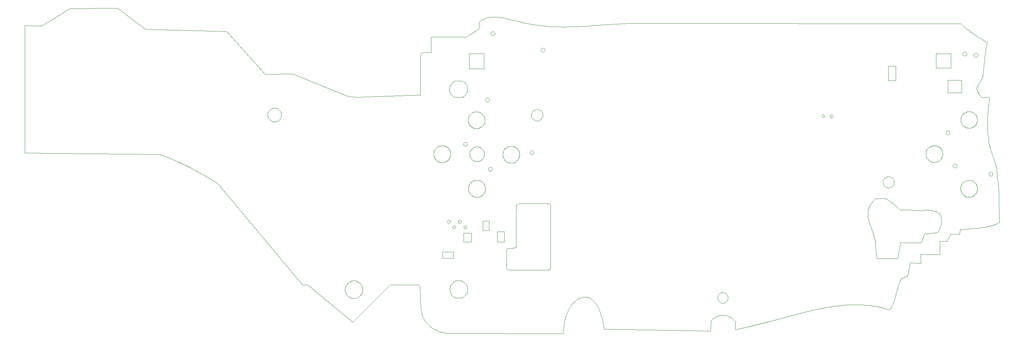
<source format=gbr>
%TF.GenerationSoftware,KiCad,Pcbnew,(5.1.6)-1*%
%TF.CreationDate,2020-06-07T23:27:20-04:00*%
%TF.ProjectId,kiCAD1,6b694341-4431-42e6-9b69-6361645f7063,rev?*%
%TF.SameCoordinates,Original*%
%TF.FileFunction,Profile,NP*%
%FSLAX46Y46*%
G04 Gerber Fmt 4.6, Leading zero omitted, Abs format (unit mm)*
G04 Created by KiCad (PCBNEW (5.1.6)-1) date 2020-06-07 23:27:20*
%MOMM*%
%LPD*%
G01*
G04 APERTURE LIST*
%TA.AperFunction,Profile*%
%ADD10C,0.100000*%
%TD*%
G04 APERTURE END LIST*
D10*
X91301749Y-9007610D02*
X91568939Y-8957940D01*
X91568939Y-8957940D02*
X91880019Y-8925340D01*
X91880019Y-8925340D02*
X92602939Y-8902920D01*
X92602939Y-8902920D02*
X93408659Y-8923510D01*
X93408659Y-8923510D02*
X94235309Y-8970270D01*
X94235309Y-8970270D02*
X95703949Y-9074922D01*
X95703949Y-9074922D02*
X96222219Y-9099132D01*
X96222219Y-9099132D02*
X96400279Y-9096832D01*
X96400279Y-9096832D02*
X96513979Y-9082132D01*
X96513979Y-9082132D02*
X96880179Y-8999972D01*
X96880179Y-8999972D02*
X97242179Y-8952452D01*
X97242179Y-8952452D02*
X97597519Y-8936242D01*
X97597519Y-8936242D02*
X97943719Y-8948032D01*
X97943719Y-8948032D02*
X98278319Y-8984492D01*
X98278319Y-8984492D02*
X98598839Y-9042302D01*
X98598839Y-9042302D02*
X98902819Y-9118142D01*
X98902819Y-9118142D02*
X99187779Y-9208682D01*
X99187779Y-9208682D02*
X99451259Y-9310610D01*
X99451259Y-9310610D02*
X99690789Y-9420603D01*
X99690789Y-9420603D02*
X99903899Y-9535341D01*
X99903899Y-9535341D02*
X100088119Y-9651501D01*
X100088119Y-9651501D02*
X100240969Y-9765763D01*
X100240969Y-9765763D02*
X100359989Y-9874805D01*
X100359989Y-9874805D02*
X100442689Y-9975306D01*
X100442689Y-9975306D02*
X100486589Y-10063946D01*
X100486589Y-10063946D02*
X100609169Y-10537115D01*
X100609169Y-10537115D02*
X100692869Y-11005125D01*
X100692869Y-11005125D02*
X100728669Y-11473873D01*
X100728669Y-11473873D02*
X100725669Y-11710366D01*
X100725669Y-11710366D02*
X100707369Y-11949254D01*
X100707369Y-11949254D02*
X100672569Y-12191275D01*
X100672569Y-12191275D02*
X100620169Y-12437165D01*
X100620169Y-12437165D02*
X100548969Y-12687663D01*
X100548969Y-12687663D02*
X100457869Y-12943504D01*
X100457869Y-12943504D02*
X100345769Y-13205426D01*
X100345769Y-13205426D02*
X100211519Y-13474166D01*
X100211519Y-13474166D02*
X100053979Y-13750461D01*
X100053979Y-13750461D02*
X99872029Y-14035048D01*
X99872029Y-14035048D02*
X96822699Y-14500778D01*
X96822699Y-14500778D02*
X96130229Y-16443817D01*
X96130229Y-16443817D02*
X94136869Y-16441117D01*
X94136869Y-16441117D02*
X92552349Y-16419377D01*
X92552349Y-16419377D02*
X91877729Y-16398027D01*
X91877729Y-16398027D02*
X91382329Y-16367647D01*
X91382329Y-16367647D02*
X90665899Y-20060952D01*
X90665899Y-20060952D02*
X85922229Y-20060952D01*
X85922229Y-20060952D02*
X85612119Y-16989729D01*
X85612119Y-16989729D02*
X85603119Y-16655718D01*
X85603119Y-16655718D02*
X85573119Y-16320864D01*
X85573119Y-16320864D02*
X85524219Y-15985254D01*
X85524219Y-15985254D02*
X85458619Y-15648975D01*
X85458619Y-15648975D02*
X85285989Y-14974760D01*
X85285989Y-14974760D02*
X85072659Y-14298918D01*
X85072659Y-14298918D02*
X84593659Y-12945139D01*
X84593659Y-12945139D02*
X84362889Y-12268598D01*
X84362889Y-12268598D02*
X84161179Y-11593221D01*
X84161179Y-11593221D02*
X84005999Y-10919704D01*
X84005999Y-10919704D02*
X83951299Y-10583861D01*
X83951299Y-10583861D02*
X83914799Y-10248745D01*
X83914799Y-10248745D02*
X83898599Y-9914444D01*
X83898599Y-9914444D02*
X83904599Y-9581043D01*
X83904599Y-9581043D02*
X83935699Y-9248631D01*
X83935699Y-9248631D02*
X83993699Y-8917295D01*
X83993699Y-8917295D02*
X84080699Y-8587122D01*
X84080699Y-8587122D02*
X84198989Y-8258199D01*
X84198989Y-8258199D02*
X84350719Y-7930613D01*
X84350719Y-7930613D02*
X84538059Y-7604452D01*
X84538059Y-7604452D02*
X84763189Y-7279803D01*
X84763189Y-7279803D02*
X85028299Y-6956752D01*
X85028299Y-6956752D02*
X85335569Y-6635388D01*
X85335569Y-6635388D02*
X85687169Y-6315798D01*
X85687169Y-6315798D02*
X85945519Y-6346658D01*
X85945519Y-6346658D02*
X86182499Y-6345781D01*
X86182499Y-6345781D02*
X86621229Y-6291731D01*
X86621229Y-6291731D02*
X86837439Y-6260011D01*
X86837439Y-6260011D02*
X87061159Y-6239451D01*
X87061159Y-6239451D02*
X87299629Y-6240751D01*
X87299629Y-6240751D02*
X87560069Y-6274701D01*
X87560069Y-6274701D02*
X87849689Y-6351991D01*
X87849689Y-6351991D02*
X88175729Y-6483354D01*
X88175729Y-6483354D02*
X88545399Y-6679508D01*
X88545399Y-6679508D02*
X88965919Y-6951181D01*
X88965919Y-6951181D02*
X89444529Y-7309096D01*
X89444529Y-7309096D02*
X89988449Y-7763978D01*
X89988449Y-7763978D02*
X90604879Y-8326553D01*
X90604879Y-8326553D02*
X91301069Y-9007546D01*
X91301069Y-9007546D02*
X91301069Y-9007537D01*
X91301069Y-9007537D02*
X91301749Y-9007610D01*
X88534039Y23995136D02*
X90277549Y23995136D01*
X90277549Y23995136D02*
X90277549Y20730223D01*
X90277549Y20730223D02*
X88534039Y20730223D01*
X88534039Y20730223D02*
X88534039Y23995136D01*
X88534039Y23995136D02*
X88534039Y23995136D01*
X102223339Y20837088D02*
X105364509Y20837088D01*
X105364509Y20837088D02*
X105364509Y17958435D01*
X105364509Y17958435D02*
X102223339Y17958435D01*
X102223339Y17958435D02*
X102223339Y20837088D01*
X102223339Y20837088D02*
X102223339Y20837088D01*
X89904629Y-2577850D02*
X89879529Y-2831472D01*
X89879529Y-2831472D02*
X89806129Y-3073034D01*
X89806129Y-3073034D02*
X89687229Y-3295750D01*
X89687229Y-3295750D02*
X89525629Y-3492831D01*
X89525629Y-3492831D02*
X89328549Y-3654425D01*
X89328549Y-3654425D02*
X89105829Y-3773330D01*
X89105829Y-3773330D02*
X88864269Y-3846740D01*
X88864269Y-3846740D02*
X88610649Y-3871830D01*
X88610649Y-3871830D02*
X88349869Y-3845540D01*
X88349869Y-3845540D02*
X88106979Y-3770140D01*
X88106979Y-3770140D02*
X87887179Y-3650835D01*
X87887179Y-3650835D02*
X87695669Y-3492829D01*
X87695669Y-3492829D02*
X87537669Y-3301324D01*
X87537669Y-3301324D02*
X87418369Y-3081524D01*
X87418369Y-3081524D02*
X87342969Y-2838632D01*
X87342969Y-2838632D02*
X87316669Y-2577851D01*
X87316669Y-2577851D02*
X87342969Y-2317071D01*
X87342969Y-2317071D02*
X87418369Y-2074179D01*
X87418369Y-2074179D02*
X87537669Y-1854379D01*
X87537669Y-1854379D02*
X87695669Y-1662874D01*
X87695669Y-1662874D02*
X87887179Y-1504868D01*
X87887179Y-1504868D02*
X88106979Y-1385563D01*
X88106979Y-1385563D02*
X88349869Y-1310163D01*
X88349869Y-1310163D02*
X88610649Y-1283873D01*
X88610649Y-1283873D02*
X88864269Y-1308963D01*
X88864269Y-1308963D02*
X89105829Y-1382373D01*
X89105829Y-1382373D02*
X89328549Y-1501278D01*
X89328549Y-1501278D02*
X89525629Y-1662871D01*
X89525629Y-1662871D02*
X89687229Y-1859952D01*
X89687229Y-1859952D02*
X89806129Y-2082668D01*
X89806129Y-2082668D02*
X89879529Y-2324230D01*
X89879529Y-2324230D02*
X89904629Y-2577852D01*
X89904629Y-2577852D02*
X89904629Y-2577852D01*
X89904629Y-2577852D02*
X89904629Y-2577850D01*
X-4319811Y-11478481D02*
X-2852651Y-11478481D01*
X-2852651Y-11478481D02*
X-2852651Y-13638535D01*
X-2852651Y-13638535D02*
X-4319811Y-13638535D01*
X-4319811Y-13638535D02*
X-4319811Y-11478481D01*
X-4319811Y-11478481D02*
X-4319811Y-11478481D01*
X10781409Y-22703250D02*
X10895949Y-22654540D01*
X10895949Y-22654540D02*
X11011109Y-22577290D01*
X11011109Y-22577290D02*
X11071409Y-22508350D01*
X11071409Y-22508350D02*
X11117509Y-22410940D01*
X11117509Y-22410940D02*
X11151309Y-22276617D01*
X11151309Y-22276617D02*
X11174709Y-22096923D01*
X11174709Y-22096923D02*
X11198209Y-21567607D01*
X11198209Y-21567607D02*
X11203209Y-20755363D01*
X11203209Y-20755363D02*
X11192609Y-11333434D01*
X11192609Y-11333434D02*
X11179709Y-9216303D01*
X11179709Y-9216303D02*
X11172709Y-8364427D01*
X11172709Y-8364427D02*
X11151009Y-7914106D01*
X11151009Y-7914106D02*
X11129109Y-7791250D01*
X11129109Y-7791250D02*
X11096909Y-7710850D01*
X11096909Y-7710850D02*
X11052209Y-7653590D01*
X11052209Y-7653590D02*
X10992809Y-7600160D01*
X10992809Y-7600160D02*
X10931109Y-7562790D01*
X10931109Y-7562790D02*
X10838509Y-7531970D01*
X10838509Y-7531970D02*
X10544429Y-7488610D01*
X10544429Y-7488610D02*
X10078069Y-7467330D01*
X10078069Y-7467330D02*
X9406989Y-7465330D01*
X9406989Y-7465330D02*
X8342289Y-7470330D01*
X8342289Y-7470330D02*
X5530309Y-7466930D01*
X5530309Y-7466930D02*
X4305639Y-7476940D01*
X4305639Y-7476940D02*
X3770409Y-7492200D01*
X3770409Y-7492200D02*
X3661459Y-7548040D01*
X3661459Y-7548040D02*
X3549179Y-7631190D01*
X3549179Y-7631190D02*
X3458079Y-7720820D01*
X3458079Y-7720820D02*
X3412679Y-7796120D01*
X3412679Y-7796120D02*
X3389179Y-8209121D01*
X3389179Y-8209121D02*
X3351579Y-9791165D01*
X3351579Y-9791165D02*
X3335779Y-11291641D01*
X3335779Y-11291641D02*
X3341779Y-14838627D01*
X3341779Y-14838627D02*
X3346779Y-16675891D01*
X3346779Y-16675891D02*
X3341779Y-17159557D01*
X3341779Y-17159557D02*
X3326479Y-17431699D01*
X3326479Y-17431699D02*
X3297479Y-17551157D01*
X3297479Y-17551157D02*
X3276679Y-17572017D01*
X3276679Y-17572017D02*
X3251079Y-17576817D01*
X3251079Y-17576817D02*
X3183679Y-17567417D01*
X3183679Y-17567417D02*
X3091579Y-17581867D01*
X3091579Y-17581867D02*
X3020079Y-17621497D01*
X3020079Y-17621497D02*
X2951479Y-17645827D01*
X2951479Y-17645827D02*
X2322189Y-17680217D01*
X2322189Y-17680217D02*
X1594939Y-17713297D01*
X1594939Y-17713297D02*
X1454639Y-17734327D01*
X1454639Y-17734327D02*
X1376939Y-17766207D01*
X1376939Y-17766207D02*
X1214649Y-17890662D01*
X1214649Y-17890662D02*
X1162549Y-17957342D01*
X1162549Y-17957342D02*
X1133149Y-18023512D01*
X1133149Y-18023512D02*
X1113249Y-20317309D01*
X1113249Y-20317309D02*
X1114249Y-21476077D01*
X1114249Y-21476077D02*
X1135449Y-22140586D01*
X1135449Y-22140586D02*
X1160949Y-22338048D01*
X1160949Y-22338048D02*
X1200449Y-22472611D01*
X1200449Y-22472611D02*
X1256849Y-22564501D01*
X1256849Y-22564501D02*
X1333149Y-22633931D01*
X1333149Y-22633931D02*
X1448199Y-22719721D01*
X1448199Y-22719721D02*
X2052929Y-22733881D01*
X2052929Y-22733881D02*
X3866649Y-22744301D01*
X3866649Y-22744301D02*
X6785989Y-22739701D01*
X6785989Y-22739701D02*
X9520459Y-22724521D01*
X9520459Y-22724521D02*
X10779559Y-22703331D01*
X10779559Y-22703331D02*
X10781559Y-22703269D01*
X10781559Y-22703269D02*
X10781409Y-22703250D01*
X-1042651Y-13924370D02*
X634479Y-13924370D01*
X634479Y-13924370D02*
X634479Y-16270300D01*
X634479Y-16270300D02*
X-1042651Y-16270300D01*
X-1042651Y-16270300D02*
X-1042651Y-13924370D01*
X-1042651Y-13924370D02*
X-1042651Y-13924370D01*
X-8707291Y-14244003D02*
X-6962691Y-14244003D01*
X-6962691Y-14244003D02*
X-6962691Y-16297002D01*
X-6962691Y-16297002D02*
X-8707291Y-16297002D01*
X-8707291Y-16297002D02*
X-8707291Y-14244003D01*
X-8707291Y-14244003D02*
X-8707291Y-14244003D01*
X-13575841Y-18589291D02*
X-11088221Y-18589291D01*
X-11088221Y-18589291D02*
X-11088221Y-19961951D01*
X-11088221Y-19961951D02*
X-13575841Y-19961951D01*
X-13575841Y-19961951D02*
X-13575841Y-18589291D01*
X-13575841Y-18589291D02*
X-13575841Y-18589291D01*
X-7462181Y26882076D02*
X-4029741Y26882076D01*
X-4029741Y26882076D02*
X-4029741Y23449644D01*
X-4029741Y23449644D02*
X-7462181Y23449644D01*
X-7462181Y23449644D02*
X-7462181Y26882076D01*
X-7462181Y26882076D02*
X-7462181Y26882076D01*
X99493969Y26931175D02*
X102914939Y26931175D01*
X102914939Y26931175D02*
X102914939Y23587632D01*
X102914939Y23587632D02*
X99493969Y23587632D01*
X99493969Y23587632D02*
X99493969Y26931175D01*
X99493969Y26931175D02*
X99493969Y26931175D01*
X-50443511Y12854797D02*
X-50451511Y12693660D01*
X-50451511Y12693660D02*
X-50475411Y12537178D01*
X-50475411Y12537178D02*
X-50514211Y12386142D01*
X-50514211Y12386142D02*
X-50567211Y12241346D01*
X-50567211Y12241346D02*
X-50712521Y11973640D01*
X-50712521Y11973640D02*
X-50904961Y11740396D01*
X-50904961Y11740396D02*
X-51138201Y11547952D01*
X-51138201Y11547952D02*
X-51405911Y11402645D01*
X-51405911Y11402645D02*
X-51550711Y11349645D01*
X-51550711Y11349645D02*
X-51701741Y11310805D01*
X-51701741Y11310805D02*
X-51858221Y11286925D01*
X-51858221Y11286925D02*
X-52019361Y11278825D01*
X-52019361Y11278825D02*
X-52180501Y11286925D01*
X-52180501Y11286925D02*
X-52336981Y11310805D01*
X-52336981Y11310805D02*
X-52488011Y11349645D01*
X-52488011Y11349645D02*
X-52632811Y11402645D01*
X-52632811Y11402645D02*
X-52900521Y11547952D01*
X-52900521Y11547952D02*
X-53133761Y11740396D01*
X-53133761Y11740396D02*
X-53326201Y11973640D01*
X-53326201Y11973640D02*
X-53471511Y12241346D01*
X-53471511Y12241346D02*
X-53524511Y12386142D01*
X-53524511Y12386142D02*
X-53563311Y12537178D01*
X-53563311Y12537178D02*
X-53587211Y12693660D01*
X-53587211Y12693660D02*
X-53595211Y12854797D01*
X-53595211Y12854797D02*
X-53587211Y13015934D01*
X-53587211Y13015934D02*
X-53563311Y13172416D01*
X-53563311Y13172416D02*
X-53524511Y13323452D01*
X-53524511Y13323452D02*
X-53471511Y13468248D01*
X-53471511Y13468248D02*
X-53326201Y13735954D01*
X-53326201Y13735954D02*
X-53133761Y13969198D01*
X-53133761Y13969198D02*
X-52900521Y14161642D01*
X-52900521Y14161642D02*
X-52632811Y14306949D01*
X-52632811Y14306949D02*
X-52488011Y14359949D01*
X-52488011Y14359949D02*
X-52336981Y14398789D01*
X-52336981Y14398789D02*
X-52180501Y14422669D01*
X-52180501Y14422669D02*
X-52019361Y14430769D01*
X-52019361Y14430769D02*
X-51858221Y14422669D01*
X-51858221Y14422669D02*
X-51701741Y14398789D01*
X-51701741Y14398789D02*
X-51550711Y14359949D01*
X-51550711Y14359949D02*
X-51405911Y14306949D01*
X-51405911Y14306949D02*
X-51138201Y14161642D01*
X-51138201Y14161642D02*
X-50904961Y13969198D01*
X-50904961Y13969198D02*
X-50712521Y13735954D01*
X-50712521Y13735954D02*
X-50567211Y13468248D01*
X-50567211Y13468248D02*
X-50514211Y13323452D01*
X-50514211Y13323452D02*
X-50475411Y13172416D01*
X-50475411Y13172416D02*
X-50451511Y13015934D01*
X-50451511Y13015934D02*
X-50443511Y12854797D01*
X-50443511Y12854797D02*
X-50443511Y12854797D01*
X-50443511Y12854797D02*
X-50443511Y12854797D01*
X9445029Y12809238D02*
X9418129Y12542599D01*
X9418129Y12542599D02*
X9341029Y12294251D01*
X9341029Y12294251D02*
X9219049Y12069514D01*
X9219049Y12069514D02*
X9057489Y11873707D01*
X9057489Y11873707D02*
X8861679Y11712152D01*
X8861679Y11712152D02*
X8636949Y11590168D01*
X8636949Y11590168D02*
X8388599Y11513078D01*
X8388599Y11513078D02*
X8121959Y11486198D01*
X8121959Y11486198D02*
X7855319Y11513078D01*
X7855319Y11513078D02*
X7606969Y11590168D01*
X7606969Y11590168D02*
X7382239Y11712152D01*
X7382239Y11712152D02*
X7186429Y11873707D01*
X7186429Y11873707D02*
X7024869Y12069514D01*
X7024869Y12069514D02*
X6902889Y12294251D01*
X6902889Y12294251D02*
X6825789Y12542599D01*
X6825789Y12542599D02*
X6798889Y12809238D01*
X6798889Y12809238D02*
X6825789Y13075877D01*
X6825789Y13075877D02*
X6902889Y13324225D01*
X6902889Y13324225D02*
X7024869Y13548963D01*
X7024869Y13548963D02*
X7186429Y13744769D01*
X7186429Y13744769D02*
X7382239Y13906325D01*
X7382239Y13906325D02*
X7606969Y14028308D01*
X7606969Y14028308D02*
X7855319Y14105398D01*
X7855319Y14105398D02*
X8121959Y14132278D01*
X8121959Y14132278D02*
X8388599Y14105398D01*
X8388599Y14105398D02*
X8636949Y14028308D01*
X8636949Y14028308D02*
X8861679Y13906325D01*
X8861679Y13906325D02*
X9057489Y13744769D01*
X9057489Y13744769D02*
X9219049Y13548963D01*
X9219049Y13548963D02*
X9341029Y13324225D01*
X9341029Y13324225D02*
X9418129Y13075877D01*
X9418129Y13075877D02*
X9445029Y12809238D01*
X9445029Y12809238D02*
X9445029Y12809238D01*
X9445029Y12809238D02*
X9445029Y12809238D01*
X51850359Y-29084599D02*
X51825759Y-29328606D01*
X51825759Y-29328606D02*
X51755259Y-29555875D01*
X51755259Y-29555875D02*
X51643629Y-29761537D01*
X51643629Y-29761537D02*
X51495789Y-29940724D01*
X51495789Y-29940724D02*
X51316609Y-30088567D01*
X51316609Y-30088567D02*
X51110949Y-30200198D01*
X51110949Y-30200198D02*
X50883679Y-30270748D01*
X50883679Y-30270748D02*
X50639669Y-30295348D01*
X50639669Y-30295348D02*
X50402359Y-30271868D01*
X50402359Y-30271868D02*
X50176339Y-30203188D01*
X50176339Y-30203188D02*
X49967949Y-30091931D01*
X49967949Y-30091931D02*
X49783539Y-29940731D01*
X49783539Y-29940731D02*
X49632339Y-29756326D01*
X49632339Y-29756326D02*
X49521079Y-29547936D01*
X49521079Y-29547936D02*
X49452379Y-29321910D01*
X49452379Y-29321910D02*
X49428879Y-29084602D01*
X49428879Y-29084602D02*
X49452379Y-28847293D01*
X49452379Y-28847293D02*
X49521079Y-28621268D01*
X49521079Y-28621268D02*
X49632339Y-28412877D01*
X49632339Y-28412877D02*
X49783539Y-28228473D01*
X49783539Y-28228473D02*
X49967949Y-28077272D01*
X49967949Y-28077272D02*
X50176339Y-27966015D01*
X50176339Y-27966015D02*
X50402359Y-27897335D01*
X50402359Y-27897335D02*
X50639669Y-27873855D01*
X50639669Y-27873855D02*
X50883679Y-27898455D01*
X50883679Y-27898455D02*
X51110949Y-27969005D01*
X51110949Y-27969005D02*
X51316609Y-28080636D01*
X51316609Y-28080636D02*
X51495789Y-28228479D01*
X51495789Y-28228479D02*
X51643639Y-28407666D01*
X51643639Y-28407666D02*
X51755259Y-28613329D01*
X51755259Y-28613329D02*
X51825759Y-28840598D01*
X51825759Y-28840598D02*
X51850359Y-29084605D01*
X51850359Y-29084605D02*
X51850359Y-29084605D01*
X51850359Y-29084605D02*
X51850359Y-29084599D01*
X-8832491Y16982329D02*
X-8653561Y17107853D01*
X-8653561Y17107853D02*
X-8448491Y17296354D01*
X-8448491Y17296354D02*
X-8254691Y17510088D01*
X-8254691Y17510088D02*
X-8109611Y17711312D01*
X-8109611Y17711312D02*
X-8008191Y17912591D01*
X-8008191Y17912591D02*
X-7916791Y18139694D01*
X-7916791Y18139694D02*
X-7871091Y18284397D01*
X-7871091Y18284397D02*
X-7845991Y18412156D01*
X-7845991Y18412156D02*
X-7834091Y18803097D01*
X-7834091Y18803097D02*
X-7847591Y19181477D01*
X-7847591Y19181477D02*
X-7868991Y19299510D01*
X-7868991Y19299510D02*
X-7905391Y19415038D01*
X-7905391Y19415038D02*
X-8063521Y19777579D01*
X-8063521Y19777579D02*
X-8255311Y20081346D01*
X-8255311Y20081346D02*
X-8363341Y20210551D01*
X-8363341Y20210551D02*
X-8479211Y20324297D01*
X-8479211Y20324297D02*
X-8602721Y20422327D01*
X-8602721Y20422327D02*
X-8733671Y20504387D01*
X-8733671Y20504387D02*
X-8943861Y20597757D01*
X-8943861Y20597757D02*
X-9188631Y20640777D01*
X-9188631Y20640777D02*
X-9554931Y20661047D01*
X-9554931Y20661047D02*
X-10032601Y20667247D01*
X-10032601Y20667247D02*
X-10470401Y20659547D01*
X-10470401Y20659547D02*
X-10717081Y20638277D01*
X-10717081Y20638277D02*
X-10823981Y20589667D01*
X-10823981Y20589667D02*
X-10977761Y20495887D01*
X-10977761Y20495887D02*
X-11336181Y20231761D01*
X-11336181Y20231761D02*
X-11443271Y20127079D01*
X-11443271Y20127079D02*
X-11555281Y19987379D01*
X-11555281Y19987379D02*
X-11666011Y19821196D01*
X-11666011Y19821196D02*
X-11769241Y19637069D01*
X-11769241Y19637069D02*
X-11833041Y19497531D01*
X-11833041Y19497531D02*
X-11881441Y19341847D01*
X-11881441Y19341847D02*
X-11979241Y18791350D01*
X-11979241Y18791350D02*
X-11982241Y18640008D01*
X-11982241Y18640008D02*
X-11954041Y18457327D01*
X-11954041Y18457327D02*
X-11899541Y18263937D01*
X-11899541Y18263937D02*
X-11823341Y18080464D01*
X-11823341Y18080464D02*
X-11651451Y17699053D01*
X-11651451Y17699053D02*
X-11552551Y17526607D01*
X-11552551Y17526607D02*
X-11391061Y17335046D01*
X-11391061Y17335046D02*
X-11198081Y17156874D01*
X-11198081Y17156874D02*
X-11004791Y17024598D01*
X-11004791Y17024598D02*
X-10826171Y16950238D01*
X-10826171Y16950238D02*
X-10586781Y16907658D01*
X-10586781Y16907658D02*
X-10214901Y16889768D01*
X-10214901Y16889768D02*
X-9638801Y16889478D01*
X-9638801Y16889478D02*
X-8997011Y16895078D01*
X-8997011Y16895078D02*
X-8832831Y16982268D01*
X-8832831Y16982268D02*
X-8832841Y16982314D01*
X-8832841Y16982314D02*
X-8832491Y16982329D01*
X4116039Y3746864D02*
X4106039Y3548952D01*
X4106039Y3548952D02*
X4076739Y3356757D01*
X4076739Y3356757D02*
X4029039Y3171251D01*
X4029039Y3171251D02*
X3963939Y2993409D01*
X3963939Y2993409D02*
X3882439Y2824203D01*
X3882439Y2824203D02*
X3785539Y2664605D01*
X3785539Y2664605D02*
X3674109Y2515590D01*
X3674109Y2515590D02*
X3549169Y2378129D01*
X3549169Y2378129D02*
X3411709Y2253197D01*
X3411709Y2253197D02*
X3262699Y2141765D01*
X3262699Y2141765D02*
X3103099Y2044805D01*
X3103099Y2044805D02*
X2933889Y1963295D01*
X2933889Y1963295D02*
X2756049Y1898205D01*
X2756049Y1898205D02*
X2570549Y1850505D01*
X2570549Y1850505D02*
X2378349Y1821175D01*
X2378349Y1821175D02*
X2180439Y1811175D01*
X2180439Y1811175D02*
X1989119Y1820675D01*
X1989119Y1820675D02*
X1801039Y1848745D01*
X1801039Y1848745D02*
X1617469Y1894875D01*
X1617469Y1894875D02*
X1439679Y1958545D01*
X1439679Y1958545D02*
X1268939Y2039235D01*
X1268939Y2039235D02*
X1106519Y2136415D01*
X1106519Y2136415D02*
X953679Y2249561D01*
X953679Y2249561D02*
X811699Y2378146D01*
X811699Y2378146D02*
X683119Y2520126D01*
X683119Y2520126D02*
X569969Y2672963D01*
X569969Y2672963D02*
X472769Y2835387D01*
X472769Y2835387D02*
X392069Y3006128D01*
X392069Y3006128D02*
X328369Y3183918D01*
X328369Y3183918D02*
X282269Y3367486D01*
X282269Y3367486D02*
X254169Y3555565D01*
X254169Y3555565D02*
X245169Y3746884D01*
X245169Y3746884D02*
X254169Y3938203D01*
X254169Y3938203D02*
X282269Y4126282D01*
X282269Y4126282D02*
X328369Y4309850D01*
X328369Y4309850D02*
X392069Y4487640D01*
X392069Y4487640D02*
X472769Y4658381D01*
X472769Y4658381D02*
X569969Y4820805D01*
X569969Y4820805D02*
X683119Y4973642D01*
X683119Y4973642D02*
X811699Y5115622D01*
X811699Y5115622D02*
X953679Y5244207D01*
X953679Y5244207D02*
X1106519Y5357353D01*
X1106519Y5357353D02*
X1268939Y5454533D01*
X1268939Y5454533D02*
X1439679Y5535223D01*
X1439679Y5535223D02*
X1617469Y5598903D01*
X1617469Y5598903D02*
X1801039Y5645033D01*
X1801039Y5645033D02*
X1989119Y5673093D01*
X1989119Y5673093D02*
X2180439Y5682593D01*
X2180439Y5682593D02*
X2378349Y5672593D01*
X2378349Y5672593D02*
X2570549Y5643263D01*
X2570549Y5643263D02*
X2756049Y5595563D01*
X2756049Y5595563D02*
X2933889Y5530473D01*
X2933889Y5530473D02*
X3103099Y5448963D01*
X3103099Y5448963D02*
X3262699Y5352003D01*
X3262699Y5352003D02*
X3411709Y5240571D01*
X3411709Y5240571D02*
X3549169Y5115639D01*
X3549169Y5115639D02*
X3674109Y4978178D01*
X3674109Y4978178D02*
X3785539Y4829163D01*
X3785539Y4829163D02*
X3882439Y4669565D01*
X3882439Y4669565D02*
X3963939Y4500359D01*
X3963939Y4500359D02*
X4029039Y4322517D01*
X4029039Y4322517D02*
X4076739Y4137011D01*
X4076739Y4137011D02*
X4106039Y3944816D01*
X4106039Y3944816D02*
X4116039Y3746904D01*
X4116039Y3746904D02*
X4116039Y3746904D01*
X4116039Y3746904D02*
X4116039Y3746864D01*
X-11686191Y3875500D02*
X-11696191Y3677588D01*
X-11696191Y3677588D02*
X-11725491Y3485393D01*
X-11725491Y3485393D02*
X-11773191Y3299887D01*
X-11773191Y3299887D02*
X-11838291Y3122045D01*
X-11838291Y3122045D02*
X-11919791Y2952839D01*
X-11919791Y2952839D02*
X-12016791Y2793241D01*
X-12016791Y2793241D02*
X-12128221Y2644226D01*
X-12128221Y2644226D02*
X-12253161Y2506765D01*
X-12253161Y2506765D02*
X-12390621Y2381833D01*
X-12390621Y2381833D02*
X-12539631Y2270401D01*
X-12539631Y2270401D02*
X-12699231Y2173441D01*
X-12699231Y2173441D02*
X-12868441Y2091931D01*
X-12868441Y2091931D02*
X-13046281Y2026841D01*
X-13046281Y2026841D02*
X-13231781Y1979141D01*
X-13231781Y1979141D02*
X-13423981Y1949811D01*
X-13423981Y1949811D02*
X-13621891Y1939811D01*
X-13621891Y1939811D02*
X-13813211Y1949311D01*
X-13813211Y1949311D02*
X-14001291Y1977381D01*
X-14001291Y1977381D02*
X-14184861Y2023511D01*
X-14184861Y2023511D02*
X-14362651Y2087191D01*
X-14362651Y2087191D02*
X-14533391Y2167881D01*
X-14533391Y2167881D02*
X-14695811Y2265061D01*
X-14695811Y2265061D02*
X-14848651Y2378208D01*
X-14848651Y2378208D02*
X-14990631Y2506793D01*
X-14990631Y2506793D02*
X-15119211Y2648773D01*
X-15119211Y2648773D02*
X-15232361Y2801610D01*
X-15232361Y2801610D02*
X-15329561Y2964034D01*
X-15329561Y2964034D02*
X-15410261Y3134775D01*
X-15410261Y3134775D02*
X-15473961Y3312565D01*
X-15473961Y3312565D02*
X-15520061Y3496133D01*
X-15520061Y3496133D02*
X-15548161Y3684212D01*
X-15548161Y3684212D02*
X-15557161Y3875531D01*
X-15557161Y3875531D02*
X-15548161Y4066850D01*
X-15548161Y4066850D02*
X-15520061Y4254928D01*
X-15520061Y4254928D02*
X-15473961Y4438497D01*
X-15473961Y4438497D02*
X-15410261Y4616287D01*
X-15410261Y4616287D02*
X-15329561Y4787028D01*
X-15329561Y4787028D02*
X-15232361Y4949451D01*
X-15232361Y4949451D02*
X-15119211Y5102288D01*
X-15119211Y5102288D02*
X-14990631Y5244269D01*
X-14990631Y5244269D02*
X-14848651Y5372854D01*
X-14848651Y5372854D02*
X-14695811Y5486000D01*
X-14695811Y5486000D02*
X-14533391Y5583180D01*
X-14533391Y5583180D02*
X-14362651Y5663870D01*
X-14362651Y5663870D02*
X-14184861Y5727540D01*
X-14184861Y5727540D02*
X-14001291Y5773670D01*
X-14001291Y5773670D02*
X-13813211Y5801730D01*
X-13813211Y5801730D02*
X-13621891Y5811230D01*
X-13621891Y5811230D02*
X-13423981Y5801230D01*
X-13423981Y5801230D02*
X-13231781Y5771900D01*
X-13231781Y5771900D02*
X-13046281Y5724200D01*
X-13046281Y5724200D02*
X-12868441Y5659110D01*
X-12868441Y5659110D02*
X-12699231Y5577600D01*
X-12699231Y5577600D02*
X-12539631Y5480640D01*
X-12539631Y5480640D02*
X-12390621Y5369209D01*
X-12390621Y5369209D02*
X-12253161Y5244276D01*
X-12253161Y5244276D02*
X-12128231Y5106816D01*
X-12128231Y5106816D02*
X-12016791Y4957800D01*
X-12016791Y4957800D02*
X-11919791Y4798203D01*
X-11919791Y4798203D02*
X-11838291Y4628997D01*
X-11838291Y4628997D02*
X-11773191Y4451154D01*
X-11773191Y4451154D02*
X-11725491Y4265649D01*
X-11725491Y4265649D02*
X-11696191Y4073454D01*
X-11696191Y4073454D02*
X-11686191Y3875542D01*
X-11686191Y3875542D02*
X-11686191Y3875542D01*
X-11686191Y3875542D02*
X-11686191Y3875500D01*
X-3839491Y11642856D02*
X-3848491Y11451537D01*
X-3848491Y11451537D02*
X-3876591Y11263459D01*
X-3876591Y11263459D02*
X-3922691Y11079890D01*
X-3922691Y11079890D02*
X-3986391Y10902100D01*
X-3986391Y10902100D02*
X-4067091Y10731359D01*
X-4067091Y10731359D02*
X-4164291Y10568936D01*
X-4164291Y10568936D02*
X-4277441Y10416099D01*
X-4277441Y10416099D02*
X-4406021Y10274118D01*
X-4406021Y10274118D02*
X-4548001Y10145533D01*
X-4548001Y10145533D02*
X-4700841Y10032387D01*
X-4700841Y10032387D02*
X-4863261Y9935207D01*
X-4863261Y9935207D02*
X-5034001Y9854517D01*
X-5034001Y9854517D02*
X-5211791Y9790847D01*
X-5211791Y9790847D02*
X-5395361Y9744717D01*
X-5395361Y9744717D02*
X-5583441Y9716657D01*
X-5583441Y9716657D02*
X-5774761Y9707157D01*
X-5774761Y9707157D02*
X-5972671Y9717157D01*
X-5972671Y9717157D02*
X-6164871Y9746487D01*
X-6164871Y9746487D02*
X-6350371Y9794187D01*
X-6350371Y9794187D02*
X-6528211Y9859277D01*
X-6528211Y9859277D02*
X-6697421Y9940787D01*
X-6697421Y9940787D02*
X-6857021Y10037747D01*
X-6857021Y10037747D02*
X-7006031Y10149178D01*
X-7006031Y10149178D02*
X-7143491Y10274111D01*
X-7143491Y10274111D02*
X-7268421Y10411571D01*
X-7268421Y10411571D02*
X-7379861Y10560587D01*
X-7379861Y10560587D02*
X-7476761Y10720184D01*
X-7476761Y10720184D02*
X-7558261Y10889390D01*
X-7558261Y10889390D02*
X-7623361Y11067233D01*
X-7623361Y11067233D02*
X-7671061Y11252738D01*
X-7671061Y11252738D02*
X-7700361Y11444933D01*
X-7700361Y11444933D02*
X-7710361Y11642845D01*
X-7710361Y11642845D02*
X-7700361Y11840757D01*
X-7700361Y11840757D02*
X-7671061Y12032952D01*
X-7671061Y12032952D02*
X-7623361Y12218458D01*
X-7623361Y12218458D02*
X-7558261Y12396300D01*
X-7558261Y12396300D02*
X-7476761Y12565506D01*
X-7476761Y12565506D02*
X-7379861Y12725104D01*
X-7379861Y12725104D02*
X-7268431Y12874119D01*
X-7268431Y12874119D02*
X-7143491Y13011580D01*
X-7143491Y13011580D02*
X-7006031Y13136512D01*
X-7006031Y13136512D02*
X-6857021Y13247944D01*
X-6857021Y13247944D02*
X-6697421Y13344904D01*
X-6697421Y13344904D02*
X-6528211Y13426414D01*
X-6528211Y13426414D02*
X-6350371Y13491504D01*
X-6350371Y13491504D02*
X-6164871Y13539204D01*
X-6164871Y13539204D02*
X-5972671Y13568534D01*
X-5972671Y13568534D02*
X-5774761Y13578534D01*
X-5774761Y13578534D02*
X-5583441Y13569034D01*
X-5583441Y13569034D02*
X-5395361Y13540964D01*
X-5395361Y13540964D02*
X-5211791Y13494834D01*
X-5211791Y13494834D02*
X-5034001Y13431164D01*
X-5034001Y13431164D02*
X-4863261Y13350474D01*
X-4863261Y13350474D02*
X-4700841Y13253294D01*
X-4700841Y13253294D02*
X-4548001Y13140147D01*
X-4548001Y13140147D02*
X-4406021Y13011562D01*
X-4406021Y13011562D02*
X-4277441Y12869582D01*
X-4277441Y12869582D02*
X-4164291Y12716745D01*
X-4164291Y12716745D02*
X-4067091Y12554321D01*
X-4067091Y12554321D02*
X-3986391Y12383580D01*
X-3986391Y12383580D02*
X-3922691Y12205790D01*
X-3922691Y12205790D02*
X-3876591Y12022222D01*
X-3876591Y12022222D02*
X-3848491Y11834143D01*
X-3848491Y11834143D02*
X-3839491Y11642824D01*
X-3839491Y11642824D02*
X-3839491Y11642824D01*
X-3839491Y11642824D02*
X-3839491Y11642856D01*
X-3719181Y-4052925D02*
X-3729281Y-4253144D01*
X-3729281Y-4253144D02*
X-3758981Y-4447579D01*
X-3758981Y-4447579D02*
X-3807281Y-4635246D01*
X-3807281Y-4635246D02*
X-3873181Y-4815160D01*
X-3873181Y-4815160D02*
X-3955681Y-4986338D01*
X-3955681Y-4986338D02*
X-4053781Y-5147796D01*
X-4053781Y-5147796D02*
X-4166511Y-5298547D01*
X-4166511Y-5298547D02*
X-4292901Y-5437610D01*
X-4292901Y-5437610D02*
X-4431961Y-5563998D01*
X-4431961Y-5563998D02*
X-4582711Y-5676728D01*
X-4582711Y-5676728D02*
X-4744171Y-5774818D01*
X-4744171Y-5774818D02*
X-4915341Y-5857278D01*
X-4915341Y-5857278D02*
X-5095261Y-5923128D01*
X-5095261Y-5923128D02*
X-5282931Y-5971378D01*
X-5282931Y-5971378D02*
X-5477361Y-6001058D01*
X-5477361Y-6001058D02*
X-5677581Y-6011168D01*
X-5677581Y-6011168D02*
X-5877801Y-6001058D01*
X-5877801Y-6001058D02*
X-6072231Y-5971378D01*
X-6072231Y-5971378D02*
X-6259901Y-5923128D01*
X-6259901Y-5923128D02*
X-6439821Y-5857278D01*
X-6439821Y-5857278D02*
X-6610991Y-5774818D01*
X-6610991Y-5774818D02*
X-6772451Y-5676728D01*
X-6772451Y-5676728D02*
X-6923201Y-5563998D01*
X-6923201Y-5563998D02*
X-7062261Y-5437610D01*
X-7062261Y-5437610D02*
X-7188651Y-5298547D01*
X-7188651Y-5298547D02*
X-7301381Y-5147796D01*
X-7301381Y-5147796D02*
X-7399481Y-4986338D01*
X-7399481Y-4986338D02*
X-7481981Y-4815160D01*
X-7481981Y-4815160D02*
X-7547781Y-4635246D01*
X-7547781Y-4635246D02*
X-7596081Y-4447579D01*
X-7596081Y-4447579D02*
X-7625781Y-4253144D01*
X-7625781Y-4253144D02*
X-7635881Y-4052925D01*
X-7635881Y-4052925D02*
X-7625781Y-3852706D01*
X-7625781Y-3852706D02*
X-7596081Y-3658271D01*
X-7596081Y-3658271D02*
X-7547781Y-3470604D01*
X-7547781Y-3470604D02*
X-7481981Y-3290690D01*
X-7481981Y-3290690D02*
X-7399481Y-3119512D01*
X-7399481Y-3119512D02*
X-7301381Y-2958054D01*
X-7301381Y-2958054D02*
X-7188651Y-2807303D01*
X-7188651Y-2807303D02*
X-7062261Y-2668240D01*
X-7062261Y-2668240D02*
X-6923201Y-2541852D01*
X-6923201Y-2541852D02*
X-6772451Y-2429122D01*
X-6772451Y-2429122D02*
X-6610991Y-2331032D01*
X-6610991Y-2331032D02*
X-6439821Y-2248572D01*
X-6439821Y-2248572D02*
X-6259901Y-2182722D01*
X-6259901Y-2182722D02*
X-6072231Y-2134472D01*
X-6072231Y-2134472D02*
X-5877801Y-2104792D01*
X-5877801Y-2104792D02*
X-5677581Y-2094682D01*
X-5677581Y-2094682D02*
X-5477361Y-2104792D01*
X-5477361Y-2104792D02*
X-5282931Y-2134472D01*
X-5282931Y-2134472D02*
X-5095261Y-2182722D01*
X-5095261Y-2182722D02*
X-4915341Y-2248572D01*
X-4915341Y-2248572D02*
X-4744171Y-2331032D01*
X-4744171Y-2331032D02*
X-4582711Y-2429122D01*
X-4582711Y-2429122D02*
X-4431961Y-2541852D01*
X-4431961Y-2541852D02*
X-4292901Y-2668240D01*
X-4292901Y-2668240D02*
X-4166511Y-2807303D01*
X-4166511Y-2807303D02*
X-4053781Y-2958054D01*
X-4053781Y-2958054D02*
X-3955681Y-3119512D01*
X-3955681Y-3119512D02*
X-3873181Y-3290690D01*
X-3873181Y-3290690D02*
X-3807281Y-3470604D01*
X-3807281Y-3470604D02*
X-3758981Y-3658271D01*
X-3758981Y-3658271D02*
X-3729281Y-3852706D01*
X-3729281Y-3852706D02*
X-3719181Y-4052925D01*
X-3719181Y-4052925D02*
X-3719181Y-4052925D01*
X-3719181Y-4052925D02*
X-3719181Y-4052925D01*
X-3978871Y3867233D02*
X-3986871Y3700174D01*
X-3986871Y3700174D02*
X-4010971Y3535945D01*
X-4010971Y3535945D02*
X-4050671Y3375653D01*
X-4050671Y3375653D02*
X-4105371Y3220408D01*
X-4105371Y3220408D02*
X-4174771Y3071317D01*
X-4174771Y3071317D02*
X-4258271Y2929490D01*
X-4258271Y2929490D02*
X-4355571Y2796033D01*
X-4355571Y2796033D02*
X-4466111Y2672056D01*
X-4466111Y2672056D02*
X-4588181Y2559776D01*
X-4588181Y2559776D02*
X-4719581Y2460976D01*
X-4719581Y2460976D02*
X-4859221Y2376116D01*
X-4859221Y2376116D02*
X-5006011Y2305656D01*
X-5006011Y2305656D02*
X-5158861Y2250056D01*
X-5158861Y2250056D02*
X-5316681Y2209776D01*
X-5316681Y2209776D02*
X-5478381Y2185266D01*
X-5478381Y2185266D02*
X-5642861Y2176966D01*
X-5642861Y2176966D02*
X-5813011Y2185666D01*
X-5813011Y2185666D02*
X-5978251Y2211276D01*
X-5978251Y2211276D02*
X-6137731Y2252926D01*
X-6137731Y2252926D02*
X-6290631Y2309766D01*
X-6290631Y2309766D02*
X-6436101Y2380946D01*
X-6436101Y2380946D02*
X-6573311Y2465606D01*
X-6573311Y2465606D02*
X-6701421Y2562906D01*
X-6701421Y2562906D02*
X-6819601Y2671997D01*
X-6819601Y2671997D02*
X-6927011Y2792027D01*
X-6927011Y2792027D02*
X-7022811Y2922147D01*
X-7022811Y2922147D02*
X-7106211Y3061506D01*
X-7106211Y3061506D02*
X-7176311Y3209257D01*
X-7176311Y3209257D02*
X-7232311Y3364548D01*
X-7232311Y3364548D02*
X-7273311Y3526530D01*
X-7273311Y3526530D02*
X-7298511Y3694354D01*
X-7298511Y3694354D02*
X-7307511Y3867170D01*
X-7307511Y3867170D02*
X-7298511Y4039986D01*
X-7298511Y4039986D02*
X-7273311Y4207810D01*
X-7273311Y4207810D02*
X-7232311Y4369792D01*
X-7232311Y4369792D02*
X-7176311Y4525083D01*
X-7176311Y4525083D02*
X-7106211Y4672834D01*
X-7106211Y4672834D02*
X-7022811Y4812193D01*
X-7022811Y4812193D02*
X-6927011Y4942313D01*
X-6927011Y4942313D02*
X-6819601Y5062343D01*
X-6819601Y5062343D02*
X-6701421Y5171434D01*
X-6701421Y5171434D02*
X-6573311Y5268734D01*
X-6573311Y5268734D02*
X-6436101Y5353394D01*
X-6436101Y5353394D02*
X-6290631Y5424574D01*
X-6290631Y5424574D02*
X-6137731Y5481414D01*
X-6137731Y5481414D02*
X-5978251Y5523064D01*
X-5978251Y5523064D02*
X-5813011Y5548674D01*
X-5813011Y5548674D02*
X-5642861Y5557374D01*
X-5642861Y5557374D02*
X-5478381Y5549074D01*
X-5478381Y5549074D02*
X-5316681Y5524564D01*
X-5316681Y5524564D02*
X-5158861Y5484284D01*
X-5158861Y5484284D02*
X-5006011Y5428684D01*
X-5006011Y5428684D02*
X-4859221Y5358224D01*
X-4859221Y5358224D02*
X-4719581Y5273364D01*
X-4719581Y5273364D02*
X-4588181Y5174564D01*
X-4588181Y5174564D02*
X-4466111Y5062284D01*
X-4466111Y5062284D02*
X-4355571Y4938307D01*
X-4355571Y4938307D02*
X-4258271Y4804850D01*
X-4258271Y4804850D02*
X-4174771Y4663023D01*
X-4174771Y4663023D02*
X-4105371Y4513932D01*
X-4105371Y4513932D02*
X-4050671Y4358687D01*
X-4050671Y4358687D02*
X-4010971Y4198395D01*
X-4010971Y4198395D02*
X-3986871Y4034166D01*
X-3986871Y4034166D02*
X-3978871Y3867107D01*
X-3978871Y3867107D02*
X-3978871Y3867107D01*
X-3978871Y3867107D02*
X-3978871Y3867233D01*
X108968469Y11724077D02*
X108958469Y11528471D01*
X108958469Y11528471D02*
X108929469Y11338515D01*
X108929469Y11338515D02*
X108882369Y11155171D01*
X108882369Y11155171D02*
X108818069Y10979400D01*
X108818069Y10979400D02*
X108737469Y10812165D01*
X108737469Y10812165D02*
X108641669Y10654428D01*
X108641669Y10654428D02*
X108531529Y10507148D01*
X108531529Y10507148D02*
X108408059Y10371289D01*
X108408059Y10371289D02*
X108272199Y10247812D01*
X108272199Y10247812D02*
X108124919Y10137679D01*
X108124919Y10137679D02*
X107967179Y10041849D01*
X107967179Y10041849D02*
X107799949Y9961289D01*
X107799949Y9961289D02*
X107624179Y9896959D01*
X107624179Y9896959D02*
X107440829Y9849819D01*
X107440829Y9849819D02*
X107250879Y9820829D01*
X107250879Y9820829D02*
X107055269Y9810929D01*
X107055269Y9810929D02*
X106859659Y9820829D01*
X106859659Y9820829D02*
X106669709Y9849819D01*
X106669709Y9849819D02*
X106486359Y9896959D01*
X106486359Y9896959D02*
X106310589Y9961289D01*
X106310589Y9961289D02*
X106143359Y10041849D01*
X106143359Y10041849D02*
X105985619Y10137679D01*
X105985619Y10137679D02*
X105838339Y10247812D01*
X105838339Y10247812D02*
X105702479Y10371289D01*
X105702479Y10371289D02*
X105579009Y10507148D01*
X105579009Y10507148D02*
X105468869Y10654428D01*
X105468869Y10654428D02*
X105373069Y10812165D01*
X105373069Y10812165D02*
X105292469Y10979400D01*
X105292469Y10979400D02*
X105228169Y11155171D01*
X105228169Y11155171D02*
X105181069Y11338515D01*
X105181069Y11338515D02*
X105152069Y11528471D01*
X105152069Y11528471D02*
X105142069Y11724077D01*
X105142069Y11724077D02*
X105152069Y11919683D01*
X105152069Y11919683D02*
X105181069Y12109639D01*
X105181069Y12109639D02*
X105228169Y12292983D01*
X105228169Y12292983D02*
X105292469Y12468754D01*
X105292469Y12468754D02*
X105373069Y12635989D01*
X105373069Y12635989D02*
X105468869Y12793726D01*
X105468869Y12793726D02*
X105579009Y12941006D01*
X105579009Y12941006D02*
X105702479Y13076865D01*
X105702479Y13076865D02*
X105838339Y13200342D01*
X105838339Y13200342D02*
X105985619Y13310475D01*
X105985619Y13310475D02*
X106143359Y13406305D01*
X106143359Y13406305D02*
X106310589Y13486865D01*
X106310589Y13486865D02*
X106486359Y13551195D01*
X106486359Y13551195D02*
X106669709Y13598335D01*
X106669709Y13598335D02*
X106859659Y13627325D01*
X106859659Y13627325D02*
X107055269Y13637225D01*
X107055269Y13637225D02*
X107250879Y13627325D01*
X107250879Y13627325D02*
X107440829Y13598335D01*
X107440829Y13598335D02*
X107624179Y13551195D01*
X107624179Y13551195D02*
X107799949Y13486865D01*
X107799949Y13486865D02*
X107967179Y13406305D01*
X107967179Y13406305D02*
X108124919Y13310475D01*
X108124919Y13310475D02*
X108272199Y13200342D01*
X108272199Y13200342D02*
X108408059Y13076865D01*
X108408059Y13076865D02*
X108531529Y12941006D01*
X108531529Y12941006D02*
X108641669Y12793726D01*
X108641669Y12793726D02*
X108737469Y12635989D01*
X108737469Y12635989D02*
X108818069Y12468754D01*
X108818069Y12468754D02*
X108882369Y12292983D01*
X108882369Y12292983D02*
X108929469Y12109639D01*
X108929469Y12109639D02*
X108958469Y11919683D01*
X108958469Y11919683D02*
X108968469Y11724077D01*
X108968469Y11724077D02*
X108968469Y11724077D01*
X108968469Y11724077D02*
X108968469Y11724077D01*
X101011329Y3890369D02*
X101001329Y3693720D01*
X101001329Y3693720D02*
X100972129Y3502751D01*
X100972129Y3502751D02*
X100924729Y3318429D01*
X100924729Y3318429D02*
X100860029Y3141722D01*
X100860029Y3141722D02*
X100779029Y2973595D01*
X100779029Y2973595D02*
X100682729Y2815016D01*
X100682729Y2815016D02*
X100572009Y2666952D01*
X100572009Y2666952D02*
X100447869Y2530369D01*
X100447869Y2530369D02*
X100311289Y2406233D01*
X100311289Y2406233D02*
X100163219Y2295513D01*
X100163219Y2295513D02*
X100004639Y2199173D01*
X100004639Y2199173D02*
X99836519Y2118183D01*
X99836519Y2118183D02*
X99659809Y2053503D01*
X99659809Y2053503D02*
X99475489Y2006113D01*
X99475489Y2006113D02*
X99284519Y1976963D01*
X99284519Y1976963D02*
X99087869Y1967063D01*
X99087869Y1967063D02*
X98897769Y1976463D01*
X98897769Y1976463D02*
X98710889Y2004343D01*
X98710889Y2004343D02*
X98528499Y2050183D01*
X98528499Y2050183D02*
X98351839Y2113453D01*
X98351839Y2113453D02*
X98182189Y2193623D01*
X98182189Y2193623D02*
X98020799Y2290183D01*
X98020799Y2290183D02*
X97868939Y2402607D01*
X97868939Y2402607D02*
X97727859Y2530371D01*
X97727859Y2530371D02*
X97600099Y2671446D01*
X97600099Y2671446D02*
X97487669Y2823307D01*
X97487669Y2823307D02*
X97391069Y2984694D01*
X97391069Y2984694D02*
X97310869Y3154346D01*
X97310869Y3154346D02*
X97247569Y3331001D01*
X97247569Y3331001D02*
X97201769Y3513398D01*
X97201769Y3513398D02*
X97173869Y3700277D01*
X97173869Y3700277D02*
X97164869Y3890375D01*
X97164869Y3890375D02*
X97173869Y4080473D01*
X97173869Y4080473D02*
X97201769Y4267352D01*
X97201769Y4267352D02*
X97247569Y4449749D01*
X97247569Y4449749D02*
X97310869Y4626404D01*
X97310869Y4626404D02*
X97391069Y4796056D01*
X97391069Y4796056D02*
X97487669Y4957443D01*
X97487669Y4957443D02*
X97600099Y5109304D01*
X97600099Y5109304D02*
X97727859Y5250379D01*
X97727859Y5250379D02*
X97868939Y5378143D01*
X97868939Y5378143D02*
X98020799Y5490567D01*
X98020799Y5490567D02*
X98182189Y5587127D01*
X98182189Y5587127D02*
X98351839Y5667297D01*
X98351839Y5667297D02*
X98528499Y5730567D01*
X98528499Y5730567D02*
X98710889Y5776407D01*
X98710889Y5776407D02*
X98897769Y5804287D01*
X98897769Y5804287D02*
X99087869Y5813687D01*
X99087869Y5813687D02*
X99284519Y5803787D01*
X99284519Y5803787D02*
X99475489Y5774637D01*
X99475489Y5774637D02*
X99659809Y5727247D01*
X99659809Y5727247D02*
X99836519Y5662567D01*
X99836519Y5662567D02*
X100004639Y5581577D01*
X100004639Y5581577D02*
X100163219Y5485237D01*
X100163219Y5485237D02*
X100311289Y5374517D01*
X100311289Y5374517D02*
X100447869Y5250381D01*
X100447869Y5250381D02*
X100572009Y5113798D01*
X100572009Y5113798D02*
X100682729Y4965734D01*
X100682729Y4965734D02*
X100779029Y4807155D01*
X100779029Y4807155D02*
X100860029Y4639028D01*
X100860029Y4639028D02*
X100924729Y4462321D01*
X100924729Y4462321D02*
X100972129Y4277999D01*
X100972129Y4277999D02*
X101001329Y4087030D01*
X101001329Y4087030D02*
X101011329Y3890381D01*
X101011329Y3890381D02*
X101011329Y3890381D01*
X101011329Y3890381D02*
X101011329Y3890369D01*
X108963309Y-4049206D02*
X108954309Y-4240527D01*
X108954309Y-4240527D02*
X108926209Y-4428607D01*
X108926209Y-4428607D02*
X108880109Y-4612178D01*
X108880109Y-4612178D02*
X108816409Y-4789969D01*
X108816409Y-4789969D02*
X108735709Y-4960713D01*
X108735709Y-4960713D02*
X108638509Y-5123138D01*
X108638509Y-5123138D02*
X108525359Y-5275976D01*
X108525359Y-5275976D02*
X108396769Y-5417958D01*
X108396769Y-5417958D02*
X108254789Y-5546545D01*
X108254789Y-5546545D02*
X108101949Y-5659692D01*
X108101949Y-5659692D02*
X107939529Y-5756872D01*
X107939529Y-5756872D02*
X107768779Y-5837562D01*
X107768779Y-5837562D02*
X107590989Y-5901242D01*
X107590989Y-5901242D02*
X107407419Y-5947372D01*
X107407419Y-5947372D02*
X107219339Y-5975432D01*
X107219339Y-5975432D02*
X107028019Y-5984932D01*
X107028019Y-5984932D02*
X106836699Y-5975432D01*
X106836699Y-5975432D02*
X106648619Y-5947372D01*
X106648619Y-5947372D02*
X106465049Y-5901242D01*
X106465049Y-5901242D02*
X106287259Y-5837562D01*
X106287259Y-5837562D02*
X106116509Y-5756872D01*
X106116509Y-5756872D02*
X105954089Y-5659692D01*
X105954089Y-5659692D02*
X105801249Y-5546545D01*
X105801249Y-5546545D02*
X105659269Y-5417958D01*
X105659269Y-5417958D02*
X105530679Y-5275976D01*
X105530679Y-5275976D02*
X105417529Y-5123138D01*
X105417529Y-5123138D02*
X105320329Y-4960713D01*
X105320329Y-4960713D02*
X105239629Y-4789969D01*
X105239629Y-4789969D02*
X105175929Y-4612178D01*
X105175929Y-4612178D02*
X105129829Y-4428607D01*
X105129829Y-4428607D02*
X105101729Y-4240527D01*
X105101729Y-4240527D02*
X105092729Y-4049206D01*
X105092729Y-4049206D02*
X105101729Y-3857885D01*
X105101729Y-3857885D02*
X105129829Y-3669805D01*
X105129829Y-3669805D02*
X105175929Y-3486234D01*
X105175929Y-3486234D02*
X105239629Y-3308443D01*
X105239629Y-3308443D02*
X105320329Y-3137699D01*
X105320329Y-3137699D02*
X105417529Y-2975274D01*
X105417529Y-2975274D02*
X105530679Y-2822436D01*
X105530679Y-2822436D02*
X105659269Y-2680454D01*
X105659269Y-2680454D02*
X105801249Y-2551867D01*
X105801249Y-2551867D02*
X105954089Y-2438720D01*
X105954089Y-2438720D02*
X106116509Y-2341540D01*
X106116509Y-2341540D02*
X106287259Y-2260850D01*
X106287259Y-2260850D02*
X106465049Y-2197170D01*
X106465049Y-2197170D02*
X106648619Y-2151040D01*
X106648619Y-2151040D02*
X106836699Y-2122980D01*
X106836699Y-2122980D02*
X107028019Y-2113480D01*
X107028019Y-2113480D02*
X107219339Y-2122980D01*
X107219339Y-2122980D02*
X107407419Y-2151040D01*
X107407419Y-2151040D02*
X107590989Y-2197170D01*
X107590989Y-2197170D02*
X107768779Y-2260850D01*
X107768779Y-2260850D02*
X107939529Y-2341540D01*
X107939529Y-2341540D02*
X108101949Y-2438720D01*
X108101949Y-2438720D02*
X108254789Y-2551867D01*
X108254789Y-2551867D02*
X108396769Y-2680454D01*
X108396769Y-2680454D02*
X108525359Y-2822436D01*
X108525359Y-2822436D02*
X108638509Y-2975274D01*
X108638509Y-2975274D02*
X108735709Y-3137699D01*
X108735709Y-3137699D02*
X108816409Y-3308443D01*
X108816409Y-3308443D02*
X108880109Y-3486234D01*
X108880109Y-3486234D02*
X108926209Y-3669805D01*
X108926209Y-3669805D02*
X108954309Y-3857885D01*
X108954309Y-3857885D02*
X108963309Y-4049206D01*
X108963309Y-4049206D02*
X108963309Y-4049206D01*
X108963309Y-4049206D02*
X108963309Y-4049206D01*
X-33348571Y-29176432D02*
X-33098951Y-29095712D01*
X-33098951Y-29095712D02*
X-32872051Y-28985125D01*
X-32872051Y-28985125D02*
X-32659071Y-28839540D01*
X-32659071Y-28839540D02*
X-32451201Y-28653823D01*
X-32451201Y-28653823D02*
X-32310761Y-28504003D01*
X-32310761Y-28504003D02*
X-32190591Y-28353873D01*
X-32190591Y-28353873D02*
X-32089801Y-28201490D01*
X-32089801Y-28201490D02*
X-32007501Y-28044914D01*
X-32007501Y-28044914D02*
X-31942801Y-27882204D01*
X-31942801Y-27882204D02*
X-31894801Y-27711418D01*
X-31894801Y-27711418D02*
X-31862601Y-27530614D01*
X-31862601Y-27530614D02*
X-31845301Y-27337853D01*
X-31845301Y-27337853D02*
X-31851301Y-26987136D01*
X-31851301Y-26987136D02*
X-31907101Y-26657870D01*
X-31907101Y-26657870D02*
X-32011661Y-26352316D01*
X-32011661Y-26352316D02*
X-32164451Y-26072733D01*
X-32164451Y-26072733D02*
X-32280751Y-25916295D01*
X-32280751Y-25916295D02*
X-32414061Y-25769946D01*
X-32414061Y-25769946D02*
X-32561791Y-25635471D01*
X-32561791Y-25635471D02*
X-32721341Y-25514658D01*
X-32721341Y-25514658D02*
X-32890111Y-25409293D01*
X-32890111Y-25409293D02*
X-33065521Y-25321163D01*
X-33065521Y-25321163D02*
X-33244971Y-25252053D01*
X-33244971Y-25252053D02*
X-33425871Y-25203753D01*
X-33425871Y-25203753D02*
X-33657181Y-25163773D01*
X-33657181Y-25163773D02*
X-33857181Y-25149113D01*
X-33857181Y-25149113D02*
X-34051851Y-25159523D01*
X-34051851Y-25159523D02*
X-34267171Y-25194753D01*
X-34267171Y-25194753D02*
X-34471491Y-25243373D01*
X-34471491Y-25243373D02*
X-34641511Y-25303933D01*
X-34641511Y-25303933D02*
X-34806301Y-25389113D01*
X-34806301Y-25389113D02*
X-34994991Y-25511594D01*
X-34994991Y-25511594D02*
X-35168711Y-25646189D01*
X-35168711Y-25646189D02*
X-35323791Y-25795904D01*
X-35323791Y-25795904D02*
X-35459981Y-25958989D01*
X-35459981Y-25958989D02*
X-35577051Y-26133694D01*
X-35577051Y-26133694D02*
X-35674751Y-26318267D01*
X-35674751Y-26318267D02*
X-35752851Y-26510960D01*
X-35752851Y-26510960D02*
X-35811151Y-26710022D01*
X-35811151Y-26710022D02*
X-35849351Y-26913703D01*
X-35849351Y-26913703D02*
X-35867151Y-27120252D01*
X-35867151Y-27120252D02*
X-35864151Y-27327920D01*
X-35864151Y-27327920D02*
X-35840651Y-27534956D01*
X-35840651Y-27534956D02*
X-35796151Y-27739610D01*
X-35796151Y-27739610D02*
X-35730351Y-27940132D01*
X-35730351Y-27940132D02*
X-35643051Y-28134772D01*
X-35643051Y-28134772D02*
X-35533961Y-28321779D01*
X-35533961Y-28321779D02*
X-35402881Y-28499404D01*
X-35402881Y-28499404D02*
X-35170911Y-28732397D01*
X-35170911Y-28732397D02*
X-34892461Y-28933783D01*
X-34892461Y-28933783D02*
X-34588791Y-29090466D01*
X-34588791Y-29090466D02*
X-34434161Y-29147956D01*
X-34434161Y-29147956D02*
X-34281211Y-29189356D01*
X-34281211Y-29189356D02*
X-34053901Y-29223006D01*
X-34053901Y-29223006D02*
X-33809731Y-29231906D01*
X-33809731Y-29231906D02*
X-33568021Y-29216296D01*
X-33568021Y-29216296D02*
X-33348091Y-29176476D01*
X-33348091Y-29176476D02*
X-33348091Y-29176456D01*
X-33348091Y-29176456D02*
X-33348571Y-29176432D01*
X-9277031Y-11605221D02*
X-9302831Y-11735061D01*
X-9302831Y-11735061D02*
X-9376331Y-11845133D01*
X-9376331Y-11845133D02*
X-9486401Y-11918683D01*
X-9486401Y-11918683D02*
X-9616241Y-11944503D01*
X-9616241Y-11944503D02*
X-9748301Y-11917843D01*
X-9748301Y-11917843D02*
X-9856151Y-11845133D01*
X-9856151Y-11845133D02*
X-9928851Y-11737288D01*
X-9928851Y-11737288D02*
X-9955551Y-11605224D01*
X-9955551Y-11605224D02*
X-9928851Y-11473160D01*
X-9928851Y-11473160D02*
X-9856151Y-11365315D01*
X-9856151Y-11365315D02*
X-9748301Y-11292605D01*
X-9748301Y-11292605D02*
X-9616241Y-11265945D01*
X-9616241Y-11265945D02*
X-9486401Y-11291775D01*
X-9486401Y-11291775D02*
X-9376331Y-11365325D01*
X-9376331Y-11365325D02*
X-9302831Y-11475397D01*
X-9302831Y-11475397D02*
X-9277031Y-11605237D01*
X-9277031Y-11605237D02*
X-9277031Y-11605237D01*
X-9277031Y-11605237D02*
X-9277031Y-11605221D01*
X-7999771Y-12878883D02*
X-8026471Y-13010947D01*
X-8026471Y-13010947D02*
X-8099171Y-13118792D01*
X-8099171Y-13118792D02*
X-8207021Y-13191502D01*
X-8207021Y-13191502D02*
X-8339081Y-13218162D01*
X-8339081Y-13218162D02*
X-8468921Y-13192342D01*
X-8468921Y-13192342D02*
X-8578991Y-13118792D01*
X-8578991Y-13118792D02*
X-8652591Y-13008720D01*
X-8652591Y-13008720D02*
X-8678391Y-12878880D01*
X-8678391Y-12878880D02*
X-8652591Y-12749040D01*
X-8652591Y-12749040D02*
X-8578991Y-12638968D01*
X-8578991Y-12638968D02*
X-8468921Y-12565418D01*
X-8468921Y-12565418D02*
X-8339081Y-12539598D01*
X-8339081Y-12539598D02*
X-8207021Y-12566258D01*
X-8207021Y-12566258D02*
X-8099171Y-12638968D01*
X-8099171Y-12638968D02*
X-8026471Y-12746813D01*
X-8026471Y-12746813D02*
X-7999771Y-12878877D01*
X-7999771Y-12878877D02*
X-7999771Y-12878877D01*
X-7999771Y-12878877D02*
X-7999771Y-12878883D01*
X-10543621Y-12884922D02*
X-10569421Y-13014762D01*
X-10569421Y-13014762D02*
X-10643021Y-13124834D01*
X-10643021Y-13124834D02*
X-10753091Y-13198384D01*
X-10753091Y-13198384D02*
X-10882931Y-13224214D01*
X-10882931Y-13224214D02*
X-11014991Y-13197554D01*
X-11014991Y-13197554D02*
X-11122841Y-13124844D01*
X-11122841Y-13124844D02*
X-11195541Y-13016999D01*
X-11195541Y-13016999D02*
X-11222241Y-12884935D01*
X-11222241Y-12884935D02*
X-11195541Y-12752871D01*
X-11195541Y-12752871D02*
X-11122841Y-12645026D01*
X-11122841Y-12645026D02*
X-11014991Y-12572316D01*
X-11014991Y-12572316D02*
X-10882931Y-12545656D01*
X-10882931Y-12545656D02*
X-10753091Y-12571476D01*
X-10753091Y-12571476D02*
X-10643021Y-12645026D01*
X-10643021Y-12645026D02*
X-10569421Y-12755098D01*
X-10569421Y-12755098D02*
X-10543621Y-12884938D01*
X-10543621Y-12884938D02*
X-10543621Y-12884938D01*
X-10543621Y-12884938D02*
X-10543621Y-12884922D01*
X-2166841Y418198D02*
X-2175841Y329528D01*
X-2175841Y329528D02*
X-2201541Y245078D01*
X-2201541Y245078D02*
X-2243141Y167218D01*
X-2243141Y167218D02*
X-2299641Y98318D01*
X-2299641Y98318D02*
X-2368541Y41828D01*
X-2368541Y41828D02*
X-2446441Y258D01*
X-2446441Y258D02*
X-2530941Y-25402D01*
X-2530941Y-25402D02*
X-2619641Y-34202D01*
X-2619641Y-34202D02*
X-2708341Y-25402D01*
X-2708341Y-25402D02*
X-2792841Y258D01*
X-2792841Y258D02*
X-2870741Y41828D01*
X-2870741Y41828D02*
X-2939641Y98318D01*
X-2939641Y98318D02*
X-2996141Y167218D01*
X-2996141Y167218D02*
X-3037741Y245078D01*
X-3037741Y245078D02*
X-3063441Y329528D01*
X-3063441Y329528D02*
X-3072441Y418198D01*
X-3072441Y418198D02*
X-3063441Y506868D01*
X-3063441Y506868D02*
X-3037741Y591318D01*
X-3037741Y591318D02*
X-2996141Y669178D01*
X-2996141Y669178D02*
X-2939641Y738078D01*
X-2939641Y738078D02*
X-2870741Y794568D01*
X-2870741Y794568D02*
X-2792841Y836138D01*
X-2792841Y836138D02*
X-2708341Y861798D01*
X-2708341Y861798D02*
X-2619641Y870598D01*
X-2619641Y870598D02*
X-2530941Y861798D01*
X-2530941Y861798D02*
X-2446441Y836138D01*
X-2446441Y836138D02*
X-2368541Y794568D01*
X-2368541Y794568D02*
X-2299641Y738078D01*
X-2299641Y738078D02*
X-2243141Y669178D01*
X-2243141Y669178D02*
X-2201541Y591318D01*
X-2201541Y591318D02*
X-2175841Y506868D01*
X-2175841Y506868D02*
X-2166841Y418198D01*
X-2166841Y418198D02*
X-2166841Y418198D01*
X-2166841Y418198D02*
X-2166841Y418198D01*
X-7866011Y6146900D02*
X-7875011Y6058230D01*
X-7875011Y6058230D02*
X-7900711Y5973780D01*
X-7900711Y5973780D02*
X-7942311Y5895920D01*
X-7942311Y5895920D02*
X-7998811Y5827020D01*
X-7998811Y5827020D02*
X-8067711Y5770530D01*
X-8067711Y5770530D02*
X-8145611Y5728960D01*
X-8145611Y5728960D02*
X-8230111Y5703300D01*
X-8230111Y5703300D02*
X-8318811Y5694500D01*
X-8318811Y5694500D02*
X-8407511Y5703300D01*
X-8407511Y5703300D02*
X-8492011Y5728960D01*
X-8492011Y5728960D02*
X-8569911Y5770530D01*
X-8569911Y5770530D02*
X-8638811Y5827020D01*
X-8638811Y5827020D02*
X-8695311Y5895920D01*
X-8695311Y5895920D02*
X-8736911Y5973780D01*
X-8736911Y5973780D02*
X-8762611Y6058230D01*
X-8762611Y6058230D02*
X-8771611Y6146900D01*
X-8771611Y6146900D02*
X-8762611Y6235570D01*
X-8762611Y6235570D02*
X-8736911Y6320020D01*
X-8736911Y6320020D02*
X-8695311Y6397880D01*
X-8695311Y6397880D02*
X-8638811Y6466780D01*
X-8638811Y6466780D02*
X-8569911Y6523270D01*
X-8569911Y6523270D02*
X-8492011Y6564840D01*
X-8492011Y6564840D02*
X-8407511Y6590500D01*
X-8407511Y6590500D02*
X-8318811Y6599300D01*
X-8318811Y6599300D02*
X-8230111Y6590500D01*
X-8230111Y6590500D02*
X-8145611Y6564840D01*
X-8145611Y6564840D02*
X-8067711Y6523270D01*
X-8067711Y6523270D02*
X-7998811Y6466780D01*
X-7998811Y6466780D02*
X-7942311Y6397880D01*
X-7942311Y6397880D02*
X-7900711Y6320020D01*
X-7900711Y6320020D02*
X-7875011Y6235570D01*
X-7875011Y6235570D02*
X-7866011Y6146900D01*
X-7866011Y6146900D02*
X-7866011Y6146900D01*
X-7866011Y6146900D02*
X-7866011Y6146900D01*
X-2807541Y16303427D02*
X-2816541Y16214757D01*
X-2816541Y16214757D02*
X-2842241Y16130307D01*
X-2842241Y16130307D02*
X-2883841Y16052447D01*
X-2883841Y16052447D02*
X-2940341Y15983547D01*
X-2940341Y15983547D02*
X-3009241Y15927057D01*
X-3009241Y15927057D02*
X-3087141Y15885487D01*
X-3087141Y15885487D02*
X-3171641Y15859827D01*
X-3171641Y15859827D02*
X-3260341Y15851027D01*
X-3260341Y15851027D02*
X-3349041Y15859827D01*
X-3349041Y15859827D02*
X-3433541Y15885487D01*
X-3433541Y15885487D02*
X-3511441Y15927057D01*
X-3511441Y15927057D02*
X-3580341Y15983547D01*
X-3580341Y15983547D02*
X-3636841Y16052447D01*
X-3636841Y16052447D02*
X-3678441Y16130307D01*
X-3678441Y16130307D02*
X-3704141Y16214757D01*
X-3704141Y16214757D02*
X-3713141Y16303427D01*
X-3713141Y16303427D02*
X-3704141Y16392097D01*
X-3704141Y16392097D02*
X-3678441Y16476547D01*
X-3678441Y16476547D02*
X-3636841Y16554407D01*
X-3636841Y16554407D02*
X-3580341Y16623307D01*
X-3580341Y16623307D02*
X-3511441Y16679797D01*
X-3511441Y16679797D02*
X-3433541Y16721367D01*
X-3433541Y16721367D02*
X-3349041Y16747027D01*
X-3349041Y16747027D02*
X-3260341Y16755827D01*
X-3260341Y16755827D02*
X-3171641Y16747027D01*
X-3171641Y16747027D02*
X-3087141Y16721367D01*
X-3087141Y16721367D02*
X-3009241Y16679797D01*
X-3009241Y16679797D02*
X-2940341Y16623307D01*
X-2940341Y16623307D02*
X-2883841Y16554407D01*
X-2883841Y16554407D02*
X-2842241Y16476547D01*
X-2842241Y16476547D02*
X-2816541Y16392097D01*
X-2816541Y16392097D02*
X-2807541Y16303427D01*
X-2807541Y16303427D02*
X-2807541Y16303427D01*
X-2807541Y16303427D02*
X-2807541Y16303427D01*
X7361679Y4244739D02*
X7352679Y4156069D01*
X7352679Y4156069D02*
X7326979Y4071619D01*
X7326979Y4071619D02*
X7285379Y3993759D01*
X7285379Y3993759D02*
X7228879Y3924859D01*
X7228879Y3924859D02*
X7159979Y3868369D01*
X7159979Y3868369D02*
X7082079Y3826799D01*
X7082079Y3826799D02*
X6997579Y3801139D01*
X6997579Y3801139D02*
X6908879Y3792339D01*
X6908879Y3792339D02*
X6820179Y3801139D01*
X6820179Y3801139D02*
X6735679Y3826799D01*
X6735679Y3826799D02*
X6657779Y3868369D01*
X6657779Y3868369D02*
X6588879Y3924859D01*
X6588879Y3924859D02*
X6532379Y3993759D01*
X6532379Y3993759D02*
X6490779Y4071619D01*
X6490779Y4071619D02*
X6465079Y4156069D01*
X6465079Y4156069D02*
X6456079Y4244739D01*
X6456079Y4244739D02*
X6465079Y4333409D01*
X6465079Y4333409D02*
X6490779Y4417859D01*
X6490779Y4417859D02*
X6532379Y4495719D01*
X6532379Y4495719D02*
X6588879Y4564619D01*
X6588879Y4564619D02*
X6657779Y4621109D01*
X6657779Y4621109D02*
X6735679Y4662679D01*
X6735679Y4662679D02*
X6820179Y4688339D01*
X6820179Y4688339D02*
X6908879Y4697139D01*
X6908879Y4697139D02*
X6997579Y4688339D01*
X6997579Y4688339D02*
X7082079Y4662679D01*
X7082079Y4662679D02*
X7159979Y4621109D01*
X7159979Y4621109D02*
X7228879Y4564619D01*
X7228879Y4564619D02*
X7285379Y4495719D01*
X7285379Y4495719D02*
X7326979Y4417859D01*
X7326979Y4417859D02*
X7352679Y4333409D01*
X7352679Y4333409D02*
X7361679Y4244739D01*
X7361679Y4244739D02*
X7361679Y4244739D01*
X7361679Y4244739D02*
X7361679Y4244739D01*
X9901829Y27718120D02*
X9892829Y27629450D01*
X9892829Y27629450D02*
X9867129Y27545000D01*
X9867129Y27545000D02*
X9825529Y27467140D01*
X9825529Y27467140D02*
X9769029Y27398240D01*
X9769029Y27398240D02*
X9700129Y27341750D01*
X9700129Y27341750D02*
X9622229Y27300180D01*
X9622229Y27300180D02*
X9537729Y27274520D01*
X9537729Y27274520D02*
X9449029Y27265720D01*
X9449029Y27265720D02*
X9360329Y27274520D01*
X9360329Y27274520D02*
X9275829Y27300180D01*
X9275829Y27300180D02*
X9197929Y27341750D01*
X9197929Y27341750D02*
X9129029Y27398240D01*
X9129029Y27398240D02*
X9072529Y27467140D01*
X9072529Y27467140D02*
X9030929Y27545000D01*
X9030929Y27545000D02*
X9005229Y27629450D01*
X9005229Y27629450D02*
X8996229Y27718120D01*
X8996229Y27718120D02*
X9005229Y27806790D01*
X9005229Y27806790D02*
X9030929Y27891240D01*
X9030929Y27891240D02*
X9072529Y27969100D01*
X9072529Y27969100D02*
X9129029Y28038000D01*
X9129029Y28038000D02*
X9197929Y28094490D01*
X9197929Y28094490D02*
X9275829Y28136060D01*
X9275829Y28136060D02*
X9360329Y28161720D01*
X9360329Y28161720D02*
X9449029Y28170520D01*
X9449029Y28170520D02*
X9537729Y28161720D01*
X9537729Y28161720D02*
X9622229Y28136060D01*
X9622229Y28136060D02*
X9700129Y28094490D01*
X9700129Y28094490D02*
X9769029Y28038000D01*
X9769029Y28038000D02*
X9825529Y27969100D01*
X9825529Y27969100D02*
X9867129Y27891240D01*
X9867129Y27891240D02*
X9892829Y27806790D01*
X9892829Y27806790D02*
X9901829Y27718120D01*
X9901829Y27718120D02*
X9901829Y27718120D01*
X9901829Y27718120D02*
X9901829Y27718120D01*
X-1535091Y31510909D02*
X-1544091Y31422239D01*
X-1544091Y31422239D02*
X-1569791Y31337789D01*
X-1569791Y31337789D02*
X-1611391Y31259929D01*
X-1611391Y31259929D02*
X-1667891Y31191029D01*
X-1667891Y31191029D02*
X-1736791Y31134539D01*
X-1736791Y31134539D02*
X-1814691Y31092969D01*
X-1814691Y31092969D02*
X-1899191Y31067309D01*
X-1899191Y31067309D02*
X-1987891Y31058509D01*
X-1987891Y31058509D02*
X-2076591Y31067309D01*
X-2076591Y31067309D02*
X-2161091Y31092969D01*
X-2161091Y31092969D02*
X-2238991Y31134539D01*
X-2238991Y31134539D02*
X-2307891Y31191029D01*
X-2307891Y31191029D02*
X-2364391Y31259929D01*
X-2364391Y31259929D02*
X-2405991Y31337789D01*
X-2405991Y31337789D02*
X-2431691Y31422239D01*
X-2431691Y31422239D02*
X-2440691Y31510909D01*
X-2440691Y31510909D02*
X-2431691Y31599579D01*
X-2431691Y31599579D02*
X-2405991Y31684029D01*
X-2405991Y31684029D02*
X-2364391Y31761889D01*
X-2364391Y31761889D02*
X-2307891Y31830789D01*
X-2307891Y31830789D02*
X-2238991Y31887279D01*
X-2238991Y31887279D02*
X-2161091Y31928849D01*
X-2161091Y31928849D02*
X-2076591Y31954509D01*
X-2076591Y31954509D02*
X-1987891Y31963309D01*
X-1987891Y31963309D02*
X-1899191Y31954509D01*
X-1899191Y31954509D02*
X-1814691Y31928849D01*
X-1814691Y31928849D02*
X-1736791Y31887279D01*
X-1736791Y31887279D02*
X-1667891Y31830789D01*
X-1667891Y31830789D02*
X-1611391Y31761889D01*
X-1611391Y31761889D02*
X-1569791Y31684029D01*
X-1569791Y31684029D02*
X-1544091Y31599579D01*
X-1544091Y31599579D02*
X-1535091Y31510909D01*
X-1535091Y31510909D02*
X-1535091Y31510909D01*
X-1535091Y31510909D02*
X-1535091Y31510909D01*
X73972389Y12559925D02*
X73946589Y12430085D01*
X73946589Y12430085D02*
X73872989Y12320013D01*
X73872989Y12320013D02*
X73762919Y12246463D01*
X73762919Y12246463D02*
X73633079Y12220643D01*
X73633079Y12220643D02*
X73501019Y12247303D01*
X73501019Y12247303D02*
X73393169Y12320013D01*
X73393169Y12320013D02*
X73320469Y12427858D01*
X73320469Y12427858D02*
X73293769Y12559922D01*
X73293769Y12559922D02*
X73320469Y12691986D01*
X73320469Y12691986D02*
X73393169Y12799831D01*
X73393169Y12799831D02*
X73501019Y12872541D01*
X73501019Y12872541D02*
X73633079Y12899201D01*
X73633079Y12899201D02*
X73762919Y12873371D01*
X73762919Y12873371D02*
X73872989Y12799821D01*
X73872989Y12799821D02*
X73946589Y12689749D01*
X73946589Y12689749D02*
X73972389Y12559909D01*
X73972389Y12559909D02*
X73972389Y12559909D01*
X73972389Y12559909D02*
X73972389Y12559925D01*
X75876679Y12551573D02*
X75849979Y12419486D01*
X75849979Y12419486D02*
X75777279Y12311623D01*
X75777279Y12311623D02*
X75669429Y12238903D01*
X75669429Y12238903D02*
X75537369Y12212233D01*
X75537369Y12212233D02*
X75405309Y12238903D01*
X75405309Y12238903D02*
X75297459Y12311623D01*
X75297459Y12311623D02*
X75224759Y12419486D01*
X75224759Y12419486D02*
X75198059Y12551573D01*
X75198059Y12551573D02*
X75224759Y12683659D01*
X75224759Y12683659D02*
X75297459Y12791523D01*
X75297459Y12791523D02*
X75405309Y12864243D01*
X75405309Y12864243D02*
X75537369Y12890913D01*
X75537369Y12890913D02*
X75669429Y12864243D01*
X75669429Y12864243D02*
X75777279Y12791523D01*
X75777279Y12791523D02*
X75849979Y12683659D01*
X75849979Y12683659D02*
X75876679Y12551573D01*
X75876679Y12551573D02*
X75876679Y12551573D01*
X75876679Y12551573D02*
X75876679Y12551573D01*
X102659539Y8766159D02*
X102650539Y8674969D01*
X102650539Y8674969D02*
X102624139Y8590039D01*
X102624139Y8590039D02*
X102582439Y8513189D01*
X102582439Y8513189D02*
X102527239Y8446229D01*
X102527239Y8446229D02*
X102460339Y8390979D01*
X102460339Y8390979D02*
X102383539Y8349259D01*
X102383539Y8349259D02*
X102298639Y8322889D01*
X102298639Y8322889D02*
X102207439Y8313689D01*
X102207439Y8313689D02*
X102118739Y8322489D01*
X102118739Y8322489D02*
X102034239Y8348159D01*
X102034239Y8348159D02*
X101956339Y8389739D01*
X101956339Y8389739D02*
X101887439Y8446239D01*
X101887439Y8446239D02*
X101830939Y8515149D01*
X101830939Y8515149D02*
X101789339Y8593029D01*
X101789339Y8593029D02*
X101763639Y8677499D01*
X101763639Y8677499D02*
X101754639Y8766179D01*
X101754639Y8766179D02*
X101763639Y8854859D01*
X101763639Y8854859D02*
X101789339Y8939329D01*
X101789339Y8939329D02*
X101830939Y9017209D01*
X101830939Y9017209D02*
X101887439Y9086119D01*
X101887439Y9086119D02*
X101956339Y9142619D01*
X101956339Y9142619D02*
X102034239Y9184199D01*
X102034239Y9184199D02*
X102118739Y9209869D01*
X102118739Y9209869D02*
X102207439Y9218669D01*
X102207439Y9218669D02*
X102298639Y9209469D01*
X102298639Y9209469D02*
X102383539Y9183109D01*
X102383539Y9183109D02*
X102460339Y9141389D01*
X102460339Y9141389D02*
X102527239Y9086139D01*
X102527239Y9086139D02*
X102582439Y9019179D01*
X102582439Y9019179D02*
X102624139Y8942329D01*
X102624139Y8942329D02*
X102650539Y8857399D01*
X102650539Y8857399D02*
X102659539Y8766209D01*
X102659539Y8766209D02*
X102659539Y8766209D01*
X102659539Y8766209D02*
X102659539Y8766159D01*
X104248229Y1177105D02*
X104239229Y1088425D01*
X104239229Y1088425D02*
X104213529Y1003955D01*
X104213529Y1003955D02*
X104171929Y926075D01*
X104171929Y926075D02*
X104115429Y857165D01*
X104115429Y857165D02*
X104046529Y800665D01*
X104046529Y800665D02*
X103968629Y759085D01*
X103968629Y759085D02*
X103884129Y733415D01*
X103884129Y733415D02*
X103795429Y724615D01*
X103795429Y724615D02*
X103706729Y733415D01*
X103706729Y733415D02*
X103622229Y759085D01*
X103622229Y759085D02*
X103544329Y800665D01*
X103544329Y800665D02*
X103475429Y857165D01*
X103475429Y857165D02*
X103418929Y926075D01*
X103418929Y926075D02*
X103377329Y1003955D01*
X103377329Y1003955D02*
X103351629Y1088425D01*
X103351629Y1088425D02*
X103342629Y1177105D01*
X103342629Y1177105D02*
X103351629Y1265785D01*
X103351629Y1265785D02*
X103377329Y1350255D01*
X103377329Y1350255D02*
X103418929Y1428125D01*
X103418929Y1428125D02*
X103475429Y1497035D01*
X103475429Y1497035D02*
X103544329Y1553535D01*
X103544329Y1553535D02*
X103622229Y1595115D01*
X103622229Y1595115D02*
X103706729Y1620785D01*
X103706729Y1620785D02*
X103795429Y1629585D01*
X103795429Y1629585D02*
X103884129Y1620785D01*
X103884129Y1620785D02*
X103968629Y1595115D01*
X103968629Y1595115D02*
X104046529Y1553535D01*
X104046529Y1553535D02*
X104115429Y1497035D01*
X104115429Y1497035D02*
X104171929Y1428125D01*
X104171929Y1428125D02*
X104213529Y1350255D01*
X104213529Y1350255D02*
X104239229Y1265785D01*
X104239229Y1265785D02*
X104248229Y1177105D01*
X104248229Y1177105D02*
X104248229Y1177105D01*
X104248229Y1177105D02*
X104248229Y1177105D01*
X109064359Y26533949D02*
X109055359Y26445269D01*
X109055359Y26445269D02*
X109029659Y26360799D01*
X109029659Y26360799D02*
X108988059Y26282919D01*
X108988059Y26282919D02*
X108931559Y26214009D01*
X108931559Y26214009D02*
X108862659Y26157509D01*
X108862659Y26157509D02*
X108784759Y26115929D01*
X108784759Y26115929D02*
X108700359Y26090259D01*
X108700359Y26090259D02*
X108611659Y26081459D01*
X108611659Y26081459D02*
X108520459Y26090659D01*
X108520459Y26090659D02*
X108435559Y26117029D01*
X108435559Y26117029D02*
X108358759Y26158749D01*
X108358759Y26158749D02*
X108291859Y26213999D01*
X108291859Y26213999D02*
X108236659Y26280959D01*
X108236659Y26280959D02*
X108194959Y26357819D01*
X108194959Y26357819D02*
X108168559Y26442749D01*
X108168559Y26442749D02*
X108159559Y26533929D01*
X108159559Y26533929D02*
X108168559Y26625109D01*
X108168559Y26625109D02*
X108194959Y26710039D01*
X108194959Y26710039D02*
X108236659Y26786899D01*
X108236659Y26786899D02*
X108291859Y26853859D01*
X108291859Y26853859D02*
X108358759Y26909109D01*
X108358759Y26909109D02*
X108435559Y26950829D01*
X108435559Y26950829D02*
X108520459Y26977199D01*
X108520459Y26977199D02*
X108611659Y26986399D01*
X108611659Y26986399D02*
X108700359Y26977599D01*
X108700359Y26977599D02*
X108784759Y26951929D01*
X108784759Y26951929D02*
X108862659Y26910349D01*
X108862659Y26910349D02*
X108931559Y26853849D01*
X108931559Y26853849D02*
X108988059Y26784939D01*
X108988059Y26784939D02*
X109029659Y26707059D01*
X109029659Y26707059D02*
X109055359Y26622589D01*
X109055359Y26622589D02*
X109064359Y26533909D01*
X109064359Y26533909D02*
X109064359Y26533909D01*
X109064359Y26533909D02*
X109064359Y26533949D01*
X106497309Y26847059D02*
X106488309Y26755879D01*
X106488309Y26755879D02*
X106461909Y26670949D01*
X106461909Y26670949D02*
X106420209Y26594089D01*
X106420209Y26594089D02*
X106365009Y26527129D01*
X106365009Y26527129D02*
X106298009Y26471879D01*
X106298009Y26471879D02*
X106221209Y26430159D01*
X106221209Y26430159D02*
X106136309Y26403789D01*
X106136309Y26403789D02*
X106045109Y26394589D01*
X106045109Y26394589D02*
X105956409Y26403389D01*
X105956409Y26403389D02*
X105871909Y26429059D01*
X105871909Y26429059D02*
X105794009Y26470639D01*
X105794009Y26470639D02*
X105725109Y26527139D01*
X105725109Y26527139D02*
X105668609Y26596049D01*
X105668609Y26596049D02*
X105627009Y26673929D01*
X105627009Y26673929D02*
X105601309Y26758399D01*
X105601309Y26758399D02*
X105592309Y26847079D01*
X105592309Y26847079D02*
X105601309Y26935759D01*
X105601309Y26935759D02*
X105627009Y27020229D01*
X105627009Y27020229D02*
X105668609Y27098109D01*
X105668609Y27098109D02*
X105725109Y27167019D01*
X105725109Y27167019D02*
X105794009Y27223519D01*
X105794009Y27223519D02*
X105871909Y27265099D01*
X105871909Y27265099D02*
X105956409Y27290769D01*
X105956409Y27290769D02*
X106045109Y27299569D01*
X106045109Y27299569D02*
X106136309Y27290369D01*
X106136309Y27290369D02*
X106221209Y27264009D01*
X106221209Y27264009D02*
X106298009Y27222289D01*
X106298009Y27222289D02*
X106365009Y27167039D01*
X106365009Y27167039D02*
X106420209Y27100079D01*
X106420209Y27100079D02*
X106461909Y27023219D01*
X106461909Y27023219D02*
X106488309Y26938289D01*
X106488309Y26938289D02*
X106497309Y26847109D01*
X106497309Y26847109D02*
X106497309Y26847109D01*
X106497309Y26847109D02*
X106497309Y26847059D01*
X112480099Y-711487D02*
X112471099Y-800167D01*
X112471099Y-800167D02*
X112445399Y-884637D01*
X112445399Y-884637D02*
X112403799Y-962517D01*
X112403799Y-962517D02*
X112347299Y-1031427D01*
X112347299Y-1031427D02*
X112278399Y-1087927D01*
X112278399Y-1087927D02*
X112200499Y-1129507D01*
X112200499Y-1129507D02*
X112115999Y-1155177D01*
X112115999Y-1155177D02*
X112027299Y-1163977D01*
X112027299Y-1163977D02*
X111936099Y-1154777D01*
X111936099Y-1154777D02*
X111851199Y-1128407D01*
X111851199Y-1128407D02*
X111774399Y-1086687D01*
X111774399Y-1086687D02*
X111707399Y-1031437D01*
X111707399Y-1031437D02*
X111652199Y-964477D01*
X111652199Y-964477D02*
X111610499Y-887627D01*
X111610499Y-887627D02*
X111584099Y-802697D01*
X111584099Y-802697D02*
X111575099Y-711507D01*
X111575099Y-711507D02*
X111584099Y-620317D01*
X111584099Y-620317D02*
X111610499Y-535387D01*
X111610499Y-535387D02*
X111652199Y-458537D01*
X111652199Y-458537D02*
X111707399Y-391577D01*
X111707399Y-391577D02*
X111774399Y-336327D01*
X111774399Y-336327D02*
X111851199Y-294607D01*
X111851199Y-294607D02*
X111936099Y-268247D01*
X111936099Y-268247D02*
X112027299Y-259047D01*
X112027299Y-259047D02*
X112115999Y-267847D01*
X112115999Y-267847D02*
X112200499Y-293517D01*
X112200499Y-293517D02*
X112278399Y-335097D01*
X112278399Y-335097D02*
X112347299Y-391597D01*
X112347299Y-391597D02*
X112403799Y-460507D01*
X112403799Y-460507D02*
X112445399Y-538387D01*
X112445399Y-538387D02*
X112471099Y-622857D01*
X112471099Y-622857D02*
X112480099Y-711537D01*
X112480099Y-711537D02*
X112480099Y-711537D01*
X112480099Y-711537D02*
X112480099Y-711487D01*
X-11800951Y-11615765D02*
X-11827651Y-11747829D01*
X-11827651Y-11747829D02*
X-11900351Y-11855674D01*
X-11900351Y-11855674D02*
X-12008201Y-11928384D01*
X-12008201Y-11928384D02*
X-12140261Y-11955044D01*
X-12140261Y-11955044D02*
X-12270101Y-11929214D01*
X-12270101Y-11929214D02*
X-12380171Y-11855664D01*
X-12380171Y-11855664D02*
X-12453671Y-11745591D01*
X-12453671Y-11745591D02*
X-12479471Y-11615751D01*
X-12479471Y-11615751D02*
X-12453671Y-11485911D01*
X-12453671Y-11485911D02*
X-12380171Y-11375838D01*
X-12380171Y-11375838D02*
X-12270101Y-11302288D01*
X-12270101Y-11302288D02*
X-12140261Y-11276468D01*
X-12140261Y-11276468D02*
X-12008201Y-11303128D01*
X-12008201Y-11303128D02*
X-11900351Y-11375838D01*
X-11900351Y-11375838D02*
X-11827651Y-11483683D01*
X-11827651Y-11483683D02*
X-11800951Y-11615747D01*
X-11800951Y-11615747D02*
X-11800951Y-11615747D01*
X-11800951Y-11615747D02*
X-11800951Y-11615765D01*
X109913689Y16862110D02*
X109578829Y17298920D01*
X109578829Y17298920D02*
X109312339Y17682830D01*
X109312339Y17682830D02*
X109109269Y18020336D01*
X109109269Y18020336D02*
X108964689Y18317937D01*
X108964689Y18317937D02*
X108873589Y18582129D01*
X108873589Y18582129D02*
X108831089Y18819410D01*
X108831089Y18819410D02*
X108832089Y19036277D01*
X108832089Y19036277D02*
X108871989Y19239228D01*
X108871989Y19239228D02*
X108945589Y19434760D01*
X108945589Y19434760D02*
X109047979Y19629371D01*
X109047979Y19629371D02*
X109319359Y20041818D01*
X109319359Y20041818D02*
X109646559Y20528549D01*
X109646559Y20528549D02*
X109818719Y20816014D01*
X109818719Y20816014D02*
X109989999Y21141542D01*
X109989999Y21141542D02*
X110084199Y21366683D01*
X110084199Y21366683D02*
X110160099Y21616338D01*
X110160099Y21616338D02*
X110221099Y21893656D01*
X110221099Y21893656D02*
X110270499Y22201787D01*
X110270499Y22201787D02*
X110347899Y22923085D01*
X110347899Y22923085D02*
X110418799Y23805427D01*
X110418799Y23805427D02*
X110509899Y24874007D01*
X110509899Y24874007D02*
X110647769Y26154022D01*
X110647769Y26154022D02*
X110859059Y27670665D01*
X110859059Y27670665D02*
X111000539Y28525596D01*
X111000539Y28525596D02*
X111170359Y29449133D01*
X111170359Y29449133D02*
X109822949Y30255721D01*
X109822949Y30255721D02*
X108993639Y30781138D01*
X108993639Y30781138D02*
X108123939Y31359863D01*
X108123939Y31359863D02*
X107261369Y31970814D01*
X107261369Y31970814D02*
X106453469Y32592911D01*
X106453469Y32592911D02*
X106084859Y32901552D01*
X106084859Y32901552D02*
X105747729Y33205073D01*
X105747729Y33205073D02*
X105448019Y33500841D01*
X105448019Y33500841D02*
X105191679Y33786220D01*
X105191679Y33786220D02*
X30962809Y33880905D01*
X30962809Y33880905D02*
X29373839Y33859053D01*
X29373839Y33859053D02*
X27751739Y33795046D01*
X27751739Y33795046D02*
X26099929Y33699537D01*
X26099929Y33699537D02*
X24421849Y33583180D01*
X24421849Y33583180D02*
X21000619Y33330537D01*
X21000619Y33330537D02*
X19264329Y33215558D01*
X19264329Y33215558D02*
X17515499Y33122346D01*
X17515499Y33122346D02*
X15757569Y33061555D01*
X15757569Y33061555D02*
X13993959Y33043838D01*
X13993959Y33043838D02*
X13111109Y33054461D01*
X13111109Y33054461D02*
X12228119Y33079848D01*
X12228119Y33079848D02*
X11345439Y33121330D01*
X11345439Y33121330D02*
X10463479Y33180240D01*
X10463479Y33180240D02*
X9582679Y33257908D01*
X9582679Y33257908D02*
X8703459Y33355667D01*
X8703459Y33355667D02*
X7826259Y33474848D01*
X7826259Y33474848D02*
X6951509Y33616783D01*
X6951509Y33616783D02*
X6079629Y33782804D01*
X6079629Y33782804D02*
X5211049Y33974242D01*
X5211049Y33974242D02*
X4346199Y34192429D01*
X4346199Y34192429D02*
X3485519Y34438697D01*
X3485519Y34438697D02*
X2392789Y34644497D01*
X2392789Y34644497D02*
X1292559Y34880703D01*
X1292559Y34880703D02*
X192259Y35100530D01*
X192259Y35100530D02*
X-355611Y35189681D01*
X-355611Y35189681D02*
X-900711Y35257193D01*
X-900711Y35257193D02*
X-1442131Y35297217D01*
X-1442131Y35297217D02*
X-1978931Y35303907D01*
X-1978931Y35303907D02*
X-2510191Y35271412D01*
X-2510191Y35271412D02*
X-3034991Y35193885D01*
X-3034991Y35193885D02*
X-3552381Y35065477D01*
X-3552381Y35065477D02*
X-3808021Y34980366D01*
X-3808021Y34980366D02*
X-4061461Y34880342D01*
X-4061461Y34880342D02*
X-4312581Y34764673D01*
X-4312581Y34764673D02*
X-4561281Y34632630D01*
X-4561281Y34632630D02*
X-4807441Y34483480D01*
X-4807441Y34483480D02*
X-5050931Y34316493D01*
X-5050931Y34316493D02*
X-5106531Y34259871D01*
X-5106531Y34259871D02*
X-5142831Y34187540D01*
X-5142831Y34187540D02*
X-5162731Y34101580D01*
X-5162731Y34101580D02*
X-5168731Y34004072D01*
X-5168731Y34004072D02*
X-5151431Y33782729D01*
X-5151431Y33782729D02*
X-5112831Y33540153D01*
X-5112831Y33540153D02*
X-5075231Y33292985D01*
X-5075231Y33292985D02*
X-5060831Y33057864D01*
X-5060831Y33057864D02*
X-5068831Y32950023D01*
X-5068831Y32950023D02*
X-5091431Y32851433D01*
X-5091431Y32851433D02*
X-5130931Y32764173D01*
X-5130931Y32764173D02*
X-5190131Y32690333D01*
X-5190131Y32690333D02*
X-7996461Y30725902D01*
X-7996461Y30725902D02*
X-16134811Y30735402D01*
X-16134811Y30735402D02*
X-16134811Y27171232D01*
X-16134811Y27171232D02*
X-17974751Y27142602D01*
X-17974751Y27142602D02*
X-18166221Y27106782D01*
X-18166221Y27106782D02*
X-18258721Y27076622D01*
X-18258721Y27076622D02*
X-18345721Y27025902D01*
X-18345721Y27025902D02*
X-18424721Y26945312D01*
X-18424721Y26945312D02*
X-18493321Y26825564D01*
X-18493321Y26825564D02*
X-18549021Y26657354D01*
X-18549021Y26657354D02*
X-18589321Y26431385D01*
X-18589321Y26431385D02*
X-18637321Y17419386D01*
X-18637321Y17419386D02*
X-33227601Y16927170D01*
X-33227601Y16927170D02*
X-35360591Y17191318D01*
X-35360591Y17191318D02*
X-47801761Y22210392D01*
X-47801761Y22210392D02*
X-54136121Y22147912D01*
X-54136121Y22147912D02*
X-62977221Y32019237D01*
X-62977221Y32019237D02*
X-81583163Y32469393D01*
X-81583163Y32469393D02*
X-87948432Y37298344D01*
X-87948432Y37298344D02*
X-98913652Y37263054D01*
X-98913652Y37263054D02*
X-99871009Y36643728D01*
X-99871009Y36643728D02*
X-102016840Y35281234D01*
X-102016840Y35281234D02*
X-103195010Y34553559D01*
X-103195010Y34553559D02*
X-104261789Y33918802D01*
X-104261789Y33918802D02*
X-105081007Y33469867D01*
X-105081007Y33469867D02*
X-105355229Y33344116D01*
X-105355229Y33344116D02*
X-105516496Y33299659D01*
X-105516496Y33299659D02*
X-109248519Y33305979D01*
X-109248519Y33305979D02*
X-109248519Y4164889D01*
X-109248519Y4164889D02*
X-78489806Y3801087D01*
X-78489806Y3801087D02*
X-77608761Y3512794D01*
X-77608761Y3512794D02*
X-76725442Y3194863D01*
X-76725442Y3194863D02*
X-75841375Y2849982D01*
X-75841375Y2849982D02*
X-74958089Y2480839D01*
X-74958089Y2480839D02*
X-74077111Y2090121D01*
X-74077111Y2090121D02*
X-73199969Y1680515D01*
X-73199969Y1680515D02*
X-72328188Y1254710D01*
X-72328188Y1254710D02*
X-71463298Y815392D01*
X-71463298Y815392D02*
X-69760297Y-93032D01*
X-69760297Y-93032D02*
X-68103185Y-1023256D01*
X-68103185Y-1023256D02*
X-66504180Y-1953780D01*
X-66504180Y-1953780D02*
X-64975501Y-2863105D01*
X-64975501Y-2863105D02*
X-45611821Y-26113710D01*
X-45611821Y-26113710D02*
X-44404141Y-26113710D01*
X-44404141Y-26113710D02*
X-34151541Y-34679595D01*
X-34151541Y-34679595D02*
X-25570571Y-26113710D01*
X-25570571Y-26113710D02*
X-19253081Y-26113710D01*
X-19253081Y-26113710D02*
X-19144771Y-26121110D01*
X-19144771Y-26121110D02*
X-19044411Y-26143740D01*
X-19044411Y-26143740D02*
X-18953711Y-26182050D01*
X-18953711Y-26182050D02*
X-18874511Y-26236530D01*
X-18874511Y-26236530D02*
X-18808511Y-26307650D01*
X-18808511Y-26307650D02*
X-18757511Y-26395900D01*
X-18757511Y-26395900D02*
X-18723211Y-26501757D01*
X-18723211Y-26501757D02*
X-18707411Y-26625706D01*
X-18707411Y-26625706D02*
X-18494511Y-31336007D01*
X-18494511Y-31336007D02*
X-18450111Y-31762864D01*
X-18450111Y-31762864D02*
X-18382311Y-32198111D01*
X-18382311Y-32198111D02*
X-18287011Y-32638272D01*
X-18287011Y-32638272D02*
X-18160081Y-33079872D01*
X-18160081Y-33079872D02*
X-17997481Y-33519432D01*
X-17997481Y-33519432D02*
X-17795121Y-33953478D01*
X-17795121Y-33953478D02*
X-17548931Y-34378533D01*
X-17548931Y-34378533D02*
X-17254831Y-34791120D01*
X-17254831Y-34791120D02*
X-16908731Y-35187763D01*
X-16908731Y-35187763D02*
X-16506551Y-35564986D01*
X-16506551Y-35564986D02*
X-16044211Y-35919313D01*
X-16044211Y-35919313D02*
X-15517621Y-36247266D01*
X-15517621Y-36247266D02*
X-15228971Y-36400267D01*
X-15228971Y-36400267D02*
X-14922721Y-36545370D01*
X-14922721Y-36545370D02*
X-14598371Y-36682142D01*
X-14598371Y-36682142D02*
X-14255411Y-36810149D01*
X-14255411Y-36810149D02*
X-13893331Y-36928954D01*
X-13893331Y-36928954D02*
X-13511611Y-37038125D01*
X-13511611Y-37038125D02*
X-13109761Y-37137225D01*
X-13109761Y-37137225D02*
X-12687251Y-37225825D01*
X-12687251Y-37225825D02*
X14138819Y-37298205D01*
X14138819Y-37298205D02*
X14167219Y-36450703D01*
X14167219Y-36450703D02*
X14238419Y-35639239D01*
X14238419Y-35639239D02*
X14349889Y-34865460D01*
X14349889Y-34865460D02*
X14499039Y-34131011D01*
X14499039Y-34131011D02*
X14683279Y-33437539D01*
X14683279Y-33437539D02*
X14900009Y-32786691D01*
X14900009Y-32786691D02*
X15146659Y-32180113D01*
X15146659Y-32180113D02*
X15420639Y-31619452D01*
X15420639Y-31619452D02*
X15719339Y-31106354D01*
X15719339Y-31106354D02*
X16040189Y-30642466D01*
X16040189Y-30642466D02*
X16380599Y-30229434D01*
X16380599Y-30229434D02*
X16737969Y-29868905D01*
X16737969Y-29868905D02*
X17109719Y-29562524D01*
X17109719Y-29562524D02*
X17493259Y-29311939D01*
X17493259Y-29311939D02*
X17885989Y-29118797D01*
X17885989Y-29118797D02*
X18285339Y-28984742D01*
X18285339Y-28984742D02*
X18486689Y-28940392D01*
X18486689Y-28940392D02*
X18688709Y-28911432D01*
X18688709Y-28911432D02*
X18891099Y-28898062D01*
X18891099Y-28898062D02*
X19093519Y-28900462D01*
X19093519Y-28900462D02*
X19295649Y-28918902D01*
X19295649Y-28918902D02*
X19497169Y-28953552D01*
X19497169Y-28953552D02*
X19697749Y-29004622D01*
X19697749Y-29004622D02*
X19897069Y-29072312D01*
X19897069Y-29072312D02*
X20094809Y-29156832D01*
X20094809Y-29156832D02*
X20290639Y-29258393D01*
X20290639Y-29258393D02*
X20484239Y-29377196D01*
X20484239Y-29377196D02*
X20675279Y-29513446D01*
X20675279Y-29513446D02*
X20863449Y-29667350D01*
X20863449Y-29667350D02*
X21048419Y-29839113D01*
X21048419Y-29839113D02*
X21229859Y-30028942D01*
X21229859Y-30028942D02*
X21407449Y-30237041D01*
X21407449Y-30237041D02*
X21749799Y-30708875D01*
X21749799Y-30708875D02*
X22072859Y-31256263D01*
X22072859Y-31256263D02*
X22374059Y-31880850D01*
X22374059Y-31880850D02*
X22650799Y-32584284D01*
X22650799Y-32584284D02*
X22900499Y-33368211D01*
X22900499Y-33368211D02*
X23120559Y-34234276D01*
X23120559Y-34234276D02*
X23308399Y-35184128D01*
X23308399Y-35184128D02*
X23461429Y-36219412D01*
X23461429Y-36219412D02*
X47808759Y-36693412D01*
X47808759Y-36693412D02*
X47902159Y-34348082D01*
X47902159Y-34348082D02*
X48115239Y-34106880D01*
X48115239Y-34106880D02*
X48366579Y-33881784D01*
X48366579Y-33881784D02*
X48651939Y-33676590D01*
X48651939Y-33676590D02*
X48967069Y-33495093D01*
X48967069Y-33495093D02*
X49307719Y-33341088D01*
X49307719Y-33341088D02*
X49669649Y-33218369D01*
X49669649Y-33218369D02*
X50048609Y-33130729D01*
X50048609Y-33130729D02*
X50440359Y-33081969D01*
X50440359Y-33081969D02*
X50840639Y-33075869D01*
X50840639Y-33075869D02*
X51245209Y-33116249D01*
X51245209Y-33116249D02*
X51649819Y-33206889D01*
X51649819Y-33206889D02*
X52050229Y-33351586D01*
X52050229Y-33351586D02*
X52442179Y-33554134D01*
X52442179Y-33554134D02*
X52633659Y-33678289D01*
X52633659Y-33678289D02*
X52821439Y-33818329D01*
X52821439Y-33818329D02*
X53004979Y-33974730D01*
X53004979Y-33974730D02*
X53183749Y-34147965D01*
X53183749Y-34147965D02*
X53357219Y-34338510D01*
X53357219Y-34338510D02*
X53524869Y-34546838D01*
X53524869Y-34546838D02*
X53544269Y-36355474D01*
X53544269Y-36355474D02*
X54763989Y-36105300D01*
X54763989Y-36105300D02*
X55972459Y-35840387D01*
X55972459Y-35840387D02*
X58356879Y-35274977D01*
X58356879Y-35274977D02*
X60699949Y-34676512D01*
X60699949Y-34676512D02*
X63004109Y-34062258D01*
X63004109Y-34062258D02*
X65271789Y-33449483D01*
X65271789Y-33449483D02*
X67505439Y-32855454D01*
X67505439Y-32855454D02*
X69707469Y-32297437D01*
X69707469Y-32297437D02*
X71880319Y-31792702D01*
X71880319Y-31792702D02*
X72956569Y-31565710D01*
X72956569Y-31565710D02*
X74026429Y-31358513D01*
X74026429Y-31358513D02*
X75090219Y-31173270D01*
X75090219Y-31173270D02*
X76148239Y-31012139D01*
X76148239Y-31012139D02*
X77200789Y-30877279D01*
X77200789Y-30877279D02*
X78248169Y-30770847D01*
X78248169Y-30770847D02*
X79290699Y-30695007D01*
X79290699Y-30695007D02*
X80328669Y-30651907D01*
X80328669Y-30651907D02*
X81362379Y-30643707D01*
X81362379Y-30643707D02*
X82392149Y-30672577D01*
X82392149Y-30672577D02*
X83418279Y-30740667D01*
X83418279Y-30740667D02*
X84441059Y-30850135D01*
X84441059Y-30850135D02*
X85460819Y-31003140D01*
X85460819Y-31003140D02*
X86477839Y-31201841D01*
X86477839Y-31201841D02*
X87492439Y-31448397D01*
X87492439Y-31448397D02*
X88504909Y-31744965D01*
X88504909Y-31744965D02*
X88626649Y-31763755D01*
X88626649Y-31763755D02*
X88746219Y-31743435D01*
X88746219Y-31743435D02*
X88863659Y-31686385D01*
X88863659Y-31686385D02*
X88978969Y-31595005D01*
X88978969Y-31595005D02*
X89092179Y-31471674D01*
X89092179Y-31471674D02*
X89203309Y-31318784D01*
X89203309Y-31318784D02*
X89419419Y-30933871D01*
X89419419Y-30933871D02*
X89627479Y-30459365D01*
X89627479Y-30459365D02*
X89827659Y-29914365D01*
X89827659Y-29914365D02*
X90020119Y-29317971D01*
X90020119Y-29317971D02*
X90205049Y-28689281D01*
X90205049Y-28689281D02*
X90872819Y-26233551D01*
X90872819Y-26233551D02*
X91022639Y-25729873D01*
X91022639Y-25729873D02*
X91165959Y-25308493D01*
X91165959Y-25308493D02*
X91302949Y-24988513D01*
X91302949Y-24988513D02*
X91369149Y-24872516D01*
X91369149Y-24872516D02*
X91433849Y-24789026D01*
X91433849Y-24789026D02*
X91549059Y-24683296D01*
X91549059Y-24683296D02*
X91669529Y-24597156D01*
X91669529Y-24597156D02*
X91920079Y-24472118D01*
X91920079Y-24472118D02*
X92173029Y-24390878D01*
X92173029Y-24390878D02*
X92415919Y-24330418D01*
X92415919Y-24330418D02*
X92636299Y-24267698D01*
X92636299Y-24267698D02*
X92821709Y-24179688D01*
X92821709Y-24179688D02*
X92897409Y-24119008D01*
X92897409Y-24119008D02*
X92959709Y-24043358D01*
X92959709Y-24043358D02*
X93007009Y-23949878D01*
X93007009Y-23949878D02*
X93037809Y-23835679D01*
X93037809Y-23835679D02*
X93526389Y-21048048D01*
X93526389Y-21048048D02*
X96043199Y-21196098D01*
X96043199Y-21196098D02*
X95931469Y-19133113D01*
X95931469Y-19133113D02*
X100309659Y-19118333D01*
X100309659Y-19118333D02*
X100328059Y-16128006D01*
X100328059Y-16128006D02*
X102070309Y-16128006D01*
X102070309Y-16128006D02*
X102806969Y-14490982D01*
X102806969Y-14490982D02*
X104903789Y-14471592D01*
X104903789Y-14471592D02*
X105028679Y-13403534D01*
X105028679Y-13403534D02*
X106637849Y-13302917D01*
X106637849Y-13302917D02*
X108287649Y-13177707D01*
X108287649Y-13177707D02*
X109104819Y-13097497D01*
X109104819Y-13097497D02*
X109904559Y-13001087D01*
X109904559Y-13001087D02*
X110677699Y-12885118D01*
X110677699Y-12885118D02*
X111415029Y-12746240D01*
X111415029Y-12746240D02*
X112107359Y-12581100D01*
X112107359Y-12581100D02*
X112745509Y-12386347D01*
X112745509Y-12386347D02*
X113320269Y-12158628D01*
X113320269Y-12158628D02*
X113581009Y-12031359D01*
X113581009Y-12031359D02*
X113822459Y-11894591D01*
X113822459Y-11894591D02*
X114043469Y-11747906D01*
X114043469Y-11747906D02*
X114006669Y-11381794D01*
X114006669Y-11381794D02*
X113979269Y-10945713D01*
X113979269Y-10945713D02*
X113946269Y-9900006D01*
X113946269Y-9900006D02*
X113921969Y-7368954D01*
X113921969Y-7368954D02*
X113904669Y-6029062D01*
X113904669Y-6029062D02*
X113866769Y-4736562D01*
X113866769Y-4736562D02*
X113795169Y-3564181D01*
X113795169Y-3564181D02*
X113742669Y-3045761D01*
X113742669Y-3045761D02*
X113676969Y-2584644D01*
X113676969Y-2584644D02*
X113560159Y-2064615D01*
X113560159Y-2064615D02*
X113489359Y-1563318D01*
X113489359Y-1563318D02*
X113451559Y-1083633D01*
X113451559Y-1083633D02*
X113433959Y-628436D01*
X113433959Y-628436D02*
X113407659Y196981D01*
X113407659Y196981D02*
X113373159Y561447D01*
X113373159Y561447D02*
X113307159Y889913D01*
X113307159Y889913D02*
X113102099Y1575009D01*
X113102099Y1575009D02*
X112865499Y2298916D01*
X112865499Y2298916D02*
X112352029Y3806910D01*
X112352029Y3806910D02*
X112102349Y4562869D01*
X112102349Y4562869D02*
X111875509Y5301385D01*
X111875509Y5301385D02*
X111685089Y6008394D01*
X111685089Y6008394D02*
X111544689Y6669831D01*
X111544689Y6669831D02*
X111408079Y7569285D01*
X111408079Y7569285D02*
X111312079Y8452420D01*
X111312079Y8452420D02*
X111252079Y9315277D01*
X111252079Y9315277D02*
X111223479Y10153897D01*
X111223479Y10153897D02*
X111221479Y10964322D01*
X111221479Y10964322D02*
X111241779Y11742593D01*
X111241779Y11742593D02*
X111279479Y12484752D01*
X111279479Y12484752D02*
X111330079Y13186839D01*
X111330079Y13186839D02*
X111451229Y14454962D01*
X111451229Y14454962D02*
X111568119Y15515294D01*
X111568119Y15515294D02*
X111643719Y16336163D01*
X111643719Y16336163D02*
X111654419Y16646903D01*
X111654419Y16646903D02*
X111640919Y16885901D01*
X111640919Y16885901D02*
X111088069Y16903141D01*
X111088069Y16903141D02*
X110512709Y16895441D01*
X110512709Y16895441D02*
X109914409Y16862161D01*
X109914409Y16862161D02*
X109914319Y16862156D01*
X109914319Y16862156D02*
X109913689Y16862110D01*
X-9328781Y-29123117D02*
X-9079161Y-29042397D01*
X-9079161Y-29042397D02*
X-8852261Y-28931809D01*
X-8852261Y-28931809D02*
X-8639281Y-28786223D01*
X-8639281Y-28786223D02*
X-8431411Y-28600507D01*
X-8431411Y-28600507D02*
X-8290971Y-28450688D01*
X-8290971Y-28450688D02*
X-8170801Y-28300559D01*
X-8170801Y-28300559D02*
X-8070011Y-28148176D01*
X-8070011Y-28148176D02*
X-7987711Y-27991600D01*
X-7987711Y-27991600D02*
X-7923011Y-27828889D01*
X-7923011Y-27828889D02*
X-7875011Y-27658102D01*
X-7875011Y-27658102D02*
X-7842811Y-27477297D01*
X-7842811Y-27477297D02*
X-7825511Y-27284533D01*
X-7825511Y-27284533D02*
X-7831511Y-26933819D01*
X-7831511Y-26933819D02*
X-7887311Y-26604556D01*
X-7887311Y-26604556D02*
X-7991871Y-26299003D01*
X-7991871Y-26299003D02*
X-8144661Y-26019420D01*
X-8144661Y-26019420D02*
X-8260961Y-25862980D01*
X-8260961Y-25862980D02*
X-8394271Y-25716630D01*
X-8394271Y-25716630D02*
X-8542001Y-25582155D01*
X-8542001Y-25582155D02*
X-8701551Y-25461341D01*
X-8701551Y-25461341D02*
X-8870321Y-25355977D01*
X-8870321Y-25355977D02*
X-9045731Y-25267847D01*
X-9045731Y-25267847D02*
X-9225181Y-25198737D01*
X-9225181Y-25198737D02*
X-9406081Y-25150437D01*
X-9406081Y-25150437D02*
X-9637391Y-25110447D01*
X-9637391Y-25110447D02*
X-9837391Y-25095787D01*
X-9837391Y-25095787D02*
X-10032061Y-25106177D01*
X-10032061Y-25106177D02*
X-10247381Y-25141327D01*
X-10247381Y-25141327D02*
X-10451701Y-25189927D01*
X-10451701Y-25189927D02*
X-10621721Y-25250487D01*
X-10621721Y-25250487D02*
X-10786511Y-25335677D01*
X-10786511Y-25335677D02*
X-10975201Y-25458163D01*
X-10975201Y-25458163D02*
X-11148921Y-25592758D01*
X-11148921Y-25592758D02*
X-11304001Y-25742472D01*
X-11304001Y-25742472D02*
X-11440191Y-25905557D01*
X-11440191Y-25905557D02*
X-11557261Y-26080261D01*
X-11557261Y-26080261D02*
X-11654961Y-26264834D01*
X-11654961Y-26264834D02*
X-11733061Y-26457527D01*
X-11733061Y-26457527D02*
X-11791361Y-26656588D01*
X-11791361Y-26656588D02*
X-11829561Y-26860269D01*
X-11829561Y-26860269D02*
X-11847361Y-27066818D01*
X-11847361Y-27066818D02*
X-11844361Y-27274486D01*
X-11844361Y-27274486D02*
X-11820861Y-27481521D01*
X-11820861Y-27481521D02*
X-11776361Y-27686175D01*
X-11776361Y-27686175D02*
X-11710561Y-27886697D01*
X-11710561Y-27886697D02*
X-11623261Y-28081336D01*
X-11623261Y-28081336D02*
X-11514171Y-28268342D01*
X-11514171Y-28268342D02*
X-11383091Y-28445966D01*
X-11383091Y-28445966D02*
X-11151121Y-28678963D01*
X-11151121Y-28678963D02*
X-10872671Y-28880349D01*
X-10872671Y-28880349D02*
X-10569001Y-29037032D01*
X-10569001Y-29037032D02*
X-10414371Y-29094522D01*
X-10414371Y-29094522D02*
X-10261421Y-29135922D01*
X-10261421Y-29135922D02*
X-10034111Y-29169552D01*
X-10034111Y-29169552D02*
X-9789941Y-29178452D01*
X-9789941Y-29178452D02*
X-9548231Y-29162862D01*
X-9548231Y-29162862D02*
X-9328301Y-29123072D01*
X-9328301Y-29123072D02*
X-9328301Y-29123113D01*
X-9328301Y-29123113D02*
X-9328781Y-29123117D01*
M02*

</source>
